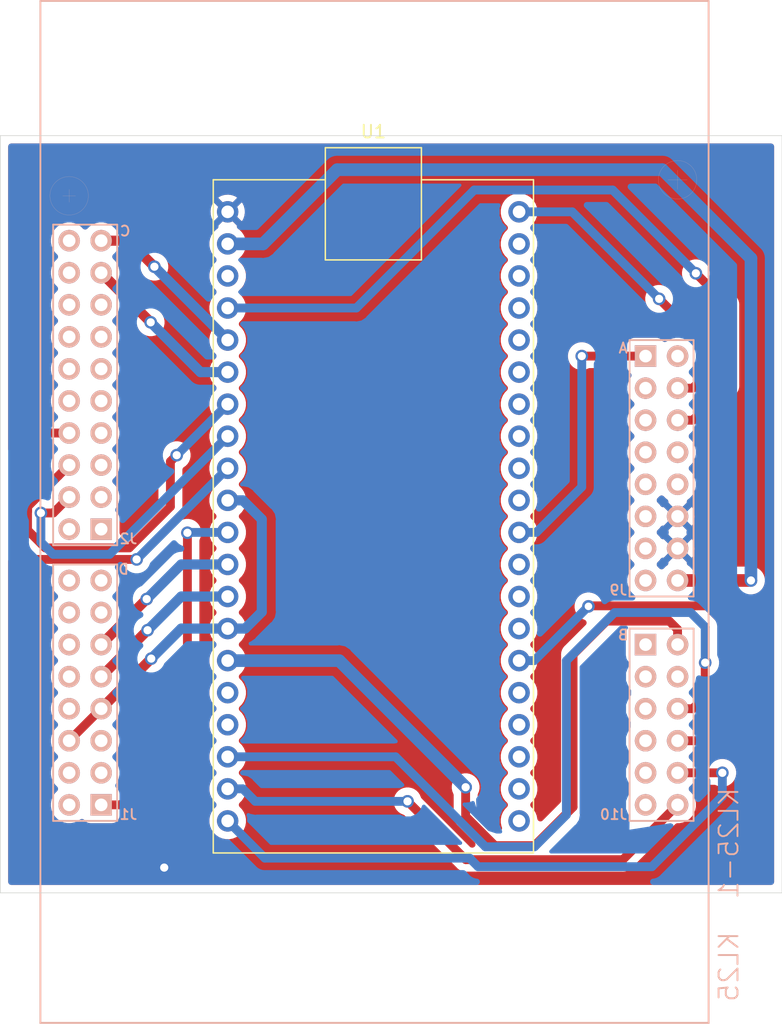
<source format=kicad_pcb>
(kicad_pcb (version 20171130) (host pcbnew 5.0.2-bee76a0~70~ubuntu18.04.1)

  (general
    (thickness 1.6)
    (drawings 4)
    (tracks 145)
    (zones 0)
    (modules 2)
    (nets 83)
  )

  (page A4)
  (layers
    (0 F.Cu signal)
    (31 B.Cu signal)
    (32 B.Adhes user)
    (33 F.Adhes user)
    (34 B.Paste user)
    (35 F.Paste user)
    (36 B.SilkS user)
    (37 F.SilkS user)
    (38 B.Mask user)
    (39 F.Mask user)
    (40 Dwgs.User user)
    (41 Cmts.User user)
    (42 Eco1.User user)
    (43 Eco2.User user)
    (44 Edge.Cuts user)
    (45 Margin user)
    (46 B.CrtYd user)
    (47 F.CrtYd user)
    (48 B.Fab user)
    (49 F.Fab user)
  )

  (setup
    (last_trace_width 0.25)
    (user_trace_width 0.5)
    (user_trace_width 0.6)
    (user_trace_width 0.7)
    (user_trace_width 0.8)
    (user_trace_width 0.9)
    (user_trace_width 1)
    (trace_clearance 0.2)
    (zone_clearance 0.6)
    (zone_45_only no)
    (trace_min 0.2)
    (segment_width 0.2)
    (edge_width 0.2)
    (via_size 0.8)
    (via_drill 0.4)
    (via_min_size 0.4)
    (via_min_drill 0.3)
    (user_via 1 0.65)
    (uvia_size 0.3)
    (uvia_drill 0.1)
    (uvias_allowed no)
    (uvia_min_size 0.2)
    (uvia_min_drill 0.1)
    (pcb_text_width 0.3)
    (pcb_text_size 1.5 1.5)
    (mod_edge_width 0.12)
    (mod_text_size 1 1)
    (mod_text_width 0.15)
    (pad_size 1.524 1.524)
    (pad_drill 0.762)
    (pad_to_mask_clearance 0.051)
    (solder_mask_min_width 0.25)
    (aux_axis_origin 0 0)
    (visible_elements FFFFFF7F)
    (pcbplotparams
      (layerselection 0x01000_ffffffff)
      (usegerberextensions false)
      (usegerberattributes false)
      (usegerberadvancedattributes false)
      (creategerberjobfile false)
      (excludeedgelayer true)
      (linewidth 0.100000)
      (plotframeref false)
      (viasonmask false)
      (mode 1)
      (useauxorigin false)
      (hpglpennumber 1)
      (hpglpenspeed 20)
      (hpglpendiameter 15.000000)
      (psnegative false)
      (psa4output false)
      (plotreference true)
      (plotvalue true)
      (plotinvisibletext false)
      (padsonsilk false)
      (subtractmaskfromsilk false)
      (outputformat 1)
      (mirror false)
      (drillshape 0)
      (scaleselection 1)
      (outputdirectory "../../../../LPKF/KLtoLPC/"))
  )

  (net 0 "")
  (net 1 /PortaFrente)
  (net 2 "Net-(KL25-1-PadC20)")
  (net 3 "Net-(KL25-1-PadC18)")
  (net 4 +5V)
  (net 5 Earth)
  (net 6 "Net-(KL25-1-PadC10)")
  (net 7 /RESET)
  (net 8 +3V3)
  (net 9 "Net-(KL25-1-PadC2)")
  (net 10 "Net-(KL25-1-PadD16)")
  (net 11 "Net-(KL25-1-PadD14)")
  (net 12 /CorrenteAnalog)
  (net 13 /TensaoRede)
  (net 14 /DHT)
  (net 15 /GeneralAnalog)
  (net 16 "Net-(KL25-1-PadD4)")
  (net 17 /TempLM35)
  (net 18 /CS)
  (net 19 "Net-(KL25-1-PadB4)")
  (net 20 "Net-(KL25-1-PadA10)")
  (net 21 /GPIO)
  (net 22 /PortaTrás)
  (net 23 "Net-(KL25-1-PadA2)")
  (net 24 "Net-(KL25-1-PadC15)")
  (net 25 "Net-(KL25-1-PadC13)")
  (net 26 "Net-(KL25-1-PadC11)")
  (net 27 "Net-(KL25-1-PadC9)")
  (net 28 "Net-(KL25-1-PadC7)")
  (net 29 "Net-(KL25-1-PadC5)")
  (net 30 "Net-(KL25-1-PadC3)")
  (net 31 /RCONTROL)
  (net 32 "Net-(KL25-1-PadD15)")
  (net 33 "Net-(KL25-1-PadD13)")
  (net 34 "Net-(KL25-1-PadD5)")
  (net 35 "Net-(KL25-1-PadD3)")
  (net 36 "Net-(KL25-1-PadA3)")
  (net 37 "Net-(KL25-1-PadA5)")
  (net 38 "Net-(KL25-1-PadA7)")
  (net 39 "Net-(KL25-1-PadA9)")
  (net 40 "Net-(KL25-1-PadA11)")
  (net 41 "Net-(KL25-1-PadA13)")
  (net 42 "Net-(KL25-1-PadA15)")
  (net 43 /MOSI)
  (net 44 "Net-(KL25-1-PadB3)")
  (net 45 "Net-(KL25-1-PadB5)")
  (net 46 /CLK)
  (net 47 /MISO)
  (net 48 "Net-(U1-Pad27)")
  (net 49 "Net-(U1-Pad34)")
  (net 50 "Net-(U1-Pad24)")
  (net 51 "Net-(U1-Pad36)")
  (net 52 "Net-(U1-Pad21)")
  (net 53 "Net-(U1-Pad37)")
  (net 54 "Net-(U1-Pad22)")
  (net 55 "Net-(U1-Pad29)")
  (net 56 "Net-(U1-Pad38)")
  (net 57 "Net-(U1-Pad28)")
  (net 58 "Net-(U1-Pad25)")
  (net 59 "Net-(U1-Pad33)")
  (net 60 "Net-(U1-Pad32)")
  (net 61 "Net-(U1-Pad39)")
  (net 62 "Net-(U1-Pad23)")
  (net 63 "Net-(U1-Pad35)")
  (net 64 "Net-(U1-Pad17)")
  (net 65 "Net-(U1-Pad16)")
  (net 66 /MaxCorrente)
  (net 67 /MinCorrente)
  (net 68 "Net-(U1-Pad3)")
  (net 69 "Net-(U1-Pad31)")
  (net 70 "Net-(KL25-1-PadC16)")
  (net 71 "Net-(KL25-1-PadC14)")
  (net 72 "Net-(KL25-1-PadC12)")
  (net 73 "Net-(KL25-1-PadD12)")
  (net 74 "Net-(KL25-1-PadD10)")
  (net 75 "Net-(KL25-1-PadD8)")
  (net 76 "Net-(KL25-1-PadD2)")
  (net 77 "Net-(KL25-1-PadA8)")
  (net 78 "Net-(KL25-1-PadC1)")
  (net 79 "Net-(KL25-1-PadB1)")
  (net 80 "Net-(KL25-1-PadB7)")
  (net 81 "Net-(KL25-1-PadB9)")
  (net 82 "Net-(KL25-1-PadB11)")

  (net_class Default "This is the default net class."
    (clearance 0.2)
    (trace_width 0.25)
    (via_dia 0.8)
    (via_drill 0.4)
    (uvia_dia 0.3)
    (uvia_drill 0.1)
    (add_net +3V3)
    (add_net +5V)
    (add_net /CLK)
    (add_net /CS)
    (add_net /CorrenteAnalog)
    (add_net /DHT)
    (add_net /GPIO)
    (add_net /GeneralAnalog)
    (add_net /MISO)
    (add_net /MOSI)
    (add_net /MaxCorrente)
    (add_net /MinCorrente)
    (add_net /PortaFrente)
    (add_net /PortaTrás)
    (add_net /RCONTROL)
    (add_net /RESET)
    (add_net /TempLM35)
    (add_net /TensaoRede)
    (add_net Earth)
    (add_net "Net-(KL25-1-PadA10)")
    (add_net "Net-(KL25-1-PadA11)")
    (add_net "Net-(KL25-1-PadA13)")
    (add_net "Net-(KL25-1-PadA15)")
    (add_net "Net-(KL25-1-PadA2)")
    (add_net "Net-(KL25-1-PadA3)")
    (add_net "Net-(KL25-1-PadA5)")
    (add_net "Net-(KL25-1-PadA7)")
    (add_net "Net-(KL25-1-PadA8)")
    (add_net "Net-(KL25-1-PadA9)")
    (add_net "Net-(KL25-1-PadB1)")
    (add_net "Net-(KL25-1-PadB11)")
    (add_net "Net-(KL25-1-PadB3)")
    (add_net "Net-(KL25-1-PadB4)")
    (add_net "Net-(KL25-1-PadB5)")
    (add_net "Net-(KL25-1-PadB7)")
    (add_net "Net-(KL25-1-PadB9)")
    (add_net "Net-(KL25-1-PadC1)")
    (add_net "Net-(KL25-1-PadC10)")
    (add_net "Net-(KL25-1-PadC11)")
    (add_net "Net-(KL25-1-PadC12)")
    (add_net "Net-(KL25-1-PadC13)")
    (add_net "Net-(KL25-1-PadC14)")
    (add_net "Net-(KL25-1-PadC15)")
    (add_net "Net-(KL25-1-PadC16)")
    (add_net "Net-(KL25-1-PadC18)")
    (add_net "Net-(KL25-1-PadC2)")
    (add_net "Net-(KL25-1-PadC20)")
    (add_net "Net-(KL25-1-PadC3)")
    (add_net "Net-(KL25-1-PadC5)")
    (add_net "Net-(KL25-1-PadC7)")
    (add_net "Net-(KL25-1-PadC9)")
    (add_net "Net-(KL25-1-PadD10)")
    (add_net "Net-(KL25-1-PadD12)")
    (add_net "Net-(KL25-1-PadD13)")
    (add_net "Net-(KL25-1-PadD14)")
    (add_net "Net-(KL25-1-PadD15)")
    (add_net "Net-(KL25-1-PadD16)")
    (add_net "Net-(KL25-1-PadD2)")
    (add_net "Net-(KL25-1-PadD3)")
    (add_net "Net-(KL25-1-PadD4)")
    (add_net "Net-(KL25-1-PadD5)")
    (add_net "Net-(KL25-1-PadD8)")
    (add_net "Net-(U1-Pad16)")
    (add_net "Net-(U1-Pad17)")
    (add_net "Net-(U1-Pad21)")
    (add_net "Net-(U1-Pad22)")
    (add_net "Net-(U1-Pad23)")
    (add_net "Net-(U1-Pad24)")
    (add_net "Net-(U1-Pad25)")
    (add_net "Net-(U1-Pad27)")
    (add_net "Net-(U1-Pad28)")
    (add_net "Net-(U1-Pad29)")
    (add_net "Net-(U1-Pad3)")
    (add_net "Net-(U1-Pad31)")
    (add_net "Net-(U1-Pad32)")
    (add_net "Net-(U1-Pad33)")
    (add_net "Net-(U1-Pad34)")
    (add_net "Net-(U1-Pad35)")
    (add_net "Net-(U1-Pad36)")
    (add_net "Net-(U1-Pad37)")
    (add_net "Net-(U1-Pad38)")
    (add_net "Net-(U1-Pad39)")
  )

  (module Controle:mbed_NXP_LPC1768 (layer F.Cu) (tedit 5E948332) (tstamp 5E94E230)
    (at 148.59 90.17)
    (path /5EA9B939)
    (fp_text reference U1 (at 0 -30.48) (layer F.SilkS)
      (effects (font (size 1 1) (thickness 0.15)))
    )
    (fp_text value mbed_NXP_LPC1768 (at 0 -33.02) (layer F.Fab)
      (effects (font (size 1 1) (thickness 0.15)))
    )
    (fp_line (start 3.81 -20.32) (end 3.81 -22.86) (layer F.SilkS) (width 0.12))
    (fp_line (start -3.81 -20.32) (end 3.81 -20.32) (layer F.SilkS) (width 0.12))
    (fp_line (start -3.81 -21.59) (end -3.81 -20.32) (layer F.SilkS) (width 0.12))
    (fp_line (start -3.81 -22.86) (end -3.81 -21.59) (layer F.SilkS) (width 0.12))
    (fp_line (start 3.81 -26.67) (end 12.7 -26.67) (layer F.SilkS) (width 0.12))
    (fp_line (start -3.81 -26.67) (end -12.7 -26.67) (layer F.SilkS) (width 0.12))
    (fp_line (start 3.81 -22.86) (end 3.81 -26.67) (layer F.SilkS) (width 0.12))
    (fp_line (start -3.81 -26.67) (end -3.81 -22.86) (layer F.SilkS) (width 0.12))
    (fp_line (start 3.81 -29.21) (end 3.81 -26.67) (layer F.SilkS) (width 0.12))
    (fp_line (start -3.81 -29.21) (end 3.81 -29.21) (layer F.SilkS) (width 0.12))
    (fp_line (start -3.81 -26.67) (end -3.81 -29.21) (layer F.SilkS) (width 0.12))
    (fp_line (start -12.7 26.67) (end -12.7 -26.67) (layer F.SilkS) (width 0.12))
    (fp_line (start 12.7 26.67) (end -12.7 26.67) (layer F.SilkS) (width 0.12))
    (fp_line (start 12.7 -26.67) (end 12.7 26.67) (layer F.SilkS) (width 0.12))
    (pad 27 thru_hole circle (at 11.557 8.89) (size 1.7 1.7) (drill 1) (layers *.Cu *.Mask)
      (net 48 "Net-(U1-Pad27)"))
    (pad 34 thru_hole circle (at 11.557 -8.89) (size 1.7 1.7) (drill 1) (layers *.Cu *.Mask)
      (net 49 "Net-(U1-Pad34)"))
    (pad 30 thru_hole circle (at 11.557 1.27) (size 1.7 1.7) (drill 1) (layers *.Cu *.Mask)
      (net 31 /RCONTROL))
    (pad 31 thru_hole circle (at 11.557 -1.27) (size 1.7 1.7) (drill 1) (layers *.Cu *.Mask)
      (net 69 "Net-(U1-Pad31)"))
    (pad 24 thru_hole circle (at 11.557 16.51) (size 1.7 1.7) (drill 1) (layers *.Cu *.Mask)
      (net 50 "Net-(U1-Pad24)"))
    (pad 36 thru_hole circle (at 11.557 -13.97) (size 1.7 1.7) (drill 1) (layers *.Cu *.Mask)
      (net 51 "Net-(U1-Pad36)"))
    (pad 21 thru_hole circle (at 11.557 24.13) (size 1.7 1.7) (drill 1) (layers *.Cu *.Mask)
      (net 52 "Net-(U1-Pad21)"))
    (pad 37 thru_hole circle (at 11.557 -16.51) (size 1.7 1.7) (drill 1) (layers *.Cu *.Mask)
      (net 53 "Net-(U1-Pad37)"))
    (pad 22 thru_hole circle (at 11.557 21.59) (size 1.7 1.7) (drill 1) (layers *.Cu *.Mask)
      (net 54 "Net-(U1-Pad22)"))
    (pad 29 thru_hole circle (at 11.557 3.81) (size 1.7 1.7) (drill 1) (layers *.Cu *.Mask)
      (net 55 "Net-(U1-Pad29)"))
    (pad 38 thru_hole circle (at 11.557 -19.05) (size 1.7 1.7) (drill 1) (layers *.Cu *.Mask)
      (net 56 "Net-(U1-Pad38)"))
    (pad 28 thru_hole circle (at 11.557 6.35) (size 1.7 1.7) (drill 1) (layers *.Cu *.Mask)
      (net 57 "Net-(U1-Pad28)"))
    (pad 25 thru_hole circle (at 11.557 13.97) (size 1.7 1.7) (drill 1) (layers *.Cu *.Mask)
      (net 58 "Net-(U1-Pad25)"))
    (pad 33 thru_hole circle (at 11.557 -6.35) (size 1.7 1.7) (drill 1) (layers *.Cu *.Mask)
      (net 59 "Net-(U1-Pad33)"))
    (pad 32 thru_hole circle (at 11.557 -3.81) (size 1.7 1.7) (drill 1) (layers *.Cu *.Mask)
      (net 60 "Net-(U1-Pad32)"))
    (pad 40 thru_hole circle (at 11.557 -24.13) (size 1.7 1.7) (drill 1) (layers *.Cu *.Mask)
      (net 8 +3V3))
    (pad 39 thru_hole circle (at 11.557 -21.59) (size 1.7 1.7) (drill 1) (layers *.Cu *.Mask)
      (net 61 "Net-(U1-Pad39)"))
    (pad 26 thru_hole circle (at 11.557 11.43) (size 1.7 1.7) (drill 1) (layers *.Cu *.Mask)
      (net 14 /DHT))
    (pad 23 thru_hole circle (at 11.557 19.05) (size 1.7 1.7) (drill 1) (layers *.Cu *.Mask)
      (net 62 "Net-(U1-Pad23)"))
    (pad 35 thru_hole circle (at 11.557 -11.43) (size 1.7 1.7) (drill 1) (layers *.Cu *.Mask)
      (net 63 "Net-(U1-Pad35)"))
    (pad 20 thru_hole circle (at -11.557 24.13) (size 1.7 1.7) (drill 1) (layers *.Cu *.Mask)
      (net 13 /TensaoRede))
    (pad 19 thru_hole circle (at -11.557 21.59) (size 1.7 1.7) (drill 1) (layers *.Cu *.Mask)
      (net 12 /CorrenteAnalog))
    (pad 18 thru_hole circle (at -11.557 19.05) (size 1.7 1.7) (drill 1) (layers *.Cu *.Mask)
      (net 15 /GeneralAnalog))
    (pad 17 thru_hole circle (at -11.557 16.51) (size 1.7 1.7) (drill 1) (layers *.Cu *.Mask)
      (net 64 "Net-(U1-Pad17)"))
    (pad 16 thru_hole circle (at -11.557 13.97) (size 1.7 1.7) (drill 1) (layers *.Cu *.Mask)
      (net 65 "Net-(U1-Pad16)"))
    (pad 15 thru_hole circle (at -11.557 11.43) (size 1.7 1.7) (drill 1) (layers *.Cu *.Mask)
      (net 17 /TempLM35))
    (pad 14 thru_hole circle (at -11.557 8.89) (size 1.7 1.7) (drill 1) (layers *.Cu *.Mask)
      (net 18 /CS))
    (pad 13 thru_hole circle (at -11.557 6.35) (size 1.7 1.7) (drill 1) (layers *.Cu *.Mask)
      (net 46 /CLK))
    (pad 12 thru_hole circle (at -11.557 3.81) (size 1.7 1.7) (drill 1) (layers *.Cu *.Mask)
      (net 47 /MISO))
    (pad 11 thru_hole circle (at -11.557 1.27) (size 1.7 1.7) (drill 1) (layers *.Cu *.Mask)
      (net 43 /MOSI))
    (pad 10 thru_hole circle (at -11.557 -1.27) (size 1.7 1.7) (drill 1) (layers *.Cu *.Mask)
      (net 18 /CS))
    (pad 9 thru_hole circle (at -11.557 -3.81) (size 1.7 1.7) (drill 1) (layers *.Cu *.Mask)
      (net 21 /GPIO))
    (pad 8 thru_hole circle (at -11.557 -6.35) (size 1.7 1.7) (drill 1) (layers *.Cu *.Mask)
      (net 1 /PortaFrente))
    (pad 7 thru_hole circle (at -11.557 -8.89) (size 1.7 1.7) (drill 1) (layers *.Cu *.Mask)
      (net 22 /PortaTrás))
    (pad 6 thru_hole circle (at -11.557 -11.43) (size 1.7 1.7) (drill 1) (layers *.Cu *.Mask)
      (net 66 /MaxCorrente))
    (pad 5 thru_hole circle (at -11.557 -13.97) (size 1.7 1.7) (drill 1) (layers *.Cu *.Mask)
      (net 67 /MinCorrente))
    (pad 4 thru_hole circle (at -11.557 -16.51) (size 1.7 1.7) (drill 1) (layers *.Cu *.Mask)
      (net 7 /RESET))
    (pad 3 thru_hole circle (at -11.557 -19.05) (size 1.7 1.7) (drill 1) (layers *.Cu *.Mask)
      (net 68 "Net-(U1-Pad3)"))
    (pad 2 thru_hole circle (at -11.557 -21.59) (size 1.7 1.7) (drill 1) (layers *.Cu *.Mask)
      (net 4 +5V))
    (pad 1 thru_hole circle (at -11.557 -24.13) (size 1.7 1.7) (drill 1) (layers *.Cu *.Mask)
      (net 5 Earth))
  )

  (module Controle:KL25Z (layer B.Cu) (tedit 5D4D6EB8) (tstamp 5E94DC7F)
    (at 148.59 83.82 270)
    (path /5E9C52DD)
    (fp_text reference KL25-1 (at 32.258 -28.194 270) (layer B.SilkS)
      (effects (font (size 1.5 1.5) (thickness 0.15)) (justify mirror))
    )
    (fp_text value KL25 (at 42.037 -28.194 270) (layer B.SilkS)
      (effects (font (size 1.5 1.5) (thickness 0.15)) (justify mirror))
    )
    (fp_line (start -20.32 -23.368) (end -20.32 -24.892) (layer B.SilkS) (width 0.01))
    (fp_line (start -21.082 -24.13) (end -19.558 -24.13) (layer B.SilkS) (width 0.01))
    (fp_line (start 12.7 -25.4) (end -7.62 -25.4) (layer B.SilkS) (width 0.15))
    (fp_line (start -7.62 -20.32) (end 12.7 -20.32) (layer B.SilkS) (width 0.15))
    (fp_line (start 30.48 -25.4) (end 15.24 -25.4) (layer B.SilkS) (width 0.15))
    (fp_line (start 15.24 -20.32) (end 30.48 -20.32) (layer B.SilkS) (width 0.15))
    (fp_line (start 30.48 20.32) (end 10.16 20.32) (layer B.SilkS) (width 0.15))
    (fp_line (start 10.16 25.4) (end 30.48 25.4) (layer B.SilkS) (width 0.15))
    (fp_line (start -19.05 24.638) (end -19.05 23.622) (layer B.SilkS) (width 0.01))
    (fp_line (start -19.558 24.13) (end -18.542 24.13) (layer B.SilkS) (width 0.01))
    (fp_circle (center -19.05 24.13) (end -17.526 24.13) (layer B.SilkS) (width 0.01))
    (fp_line (start -16.764 25.4) (end 8.636 25.4) (layer B.SilkS) (width 0.15))
    (fp_line (start -16.764 20.32) (end -16.764 25.4) (layer B.SilkS) (width 0.15))
    (fp_line (start 8.636 20.32) (end -16.764 20.32) (layer B.SilkS) (width 0.15))
    (fp_line (start 8.636 25.4) (end 8.636 20.32) (layer B.SilkS) (width 0.15))
    (fp_circle (center -20.32 -24.13) (end -18.796 -24.13) (layer B.SilkS) (width 0.01))
    (fp_line (start 30.48 -25.4) (end 30.48 -20.32) (layer B.SilkS) (width 0.15))
    (fp_line (start 15.24 -20.32) (end 15.24 -25.4) (layer B.SilkS) (width 0.15))
    (fp_line (start 12.7 -25.4) (end 12.7 -20.32) (layer B.SilkS) (width 0.15))
    (fp_line (start -7.62 -25.4) (end -7.62 -20.32) (layer B.SilkS) (width 0.15))
    (fp_line (start 10.16 25.4) (end 10.16 20.32) (layer B.SilkS) (width 0.15))
    (fp_line (start 30.48 25.4) (end 30.48 20.32) (layer B.SilkS) (width 0.15))
    (fp_text user A (at -6.985 -19.812) (layer B.SilkS)
      (effects (font (size 0.8 0.8) (thickness 0.15)) (justify mirror))
    )
    (fp_text user B (at 15.748 -19.812) (layer B.SilkS)
      (effects (font (size 0.8 0.8) (thickness 0.15)) (justify mirror))
    )
    (fp_text user C (at -16.256 19.685) (layer B.SilkS)
      (effects (font (size 0.8 0.8) (thickness 0.15)) (justify mirror))
    )
    (fp_text user D (at 10.541 19.812) (layer B.SilkS)
      (effects (font (size 0.8 0.8) (thickness 0.15)) (justify mirror))
    )
    (fp_text user J9 (at 12.192 -19.431) (layer B.SilkS)
      (effects (font (size 0.8 0.8) (thickness 0.15)) (justify mirror))
    )
    (fp_text user J10 (at 29.972 -19.05) (layer B.SilkS)
      (effects (font (size 0.8 0.8) (thickness 0.15)) (justify mirror))
    )
    (fp_text user J2 (at 8.128 19.431) (layer B.SilkS)
      (effects (font (size 0.8 0.8) (thickness 0.15)) (justify mirror))
    )
    (fp_text user J1 (at 29.972 19.431) (layer B.SilkS)
      (effects (font (size 0.8 0.8) (thickness 0.15)) (justify mirror))
    )
    (fp_line (start -34.49 -26.59) (end 46.51 -26.59) (layer B.SilkS) (width 0.15))
    (fp_line (start 46.482 26.41) (end 46.482 -26.59) (layer B.SilkS) (width 0.15))
    (fp_line (start -34.49 26.41) (end 46.51 26.41) (layer B.SilkS) (width 0.15))
    (fp_line (start -34.49 26.41) (end -34.49 -26.59) (layer B.SilkS) (width 0.15))
    (pad A4 thru_hole circle (at -3.81 -24.13 270) (size 1.7 1.7) (drill 1) (layers *.Cu *.Mask B.SilkS)
      (net 8 +3V3))
    (pad C20 thru_hole circle (at -15.494 24.13 270) (size 1.7 1.7) (drill 1) (layers *.Cu *.Mask B.SilkS)
      (net 2 "Net-(KL25-1-PadC20)"))
    (pad C18 thru_hole circle (at -12.954 24.13 270) (size 1.7 1.7) (drill 1) (layers *.Cu *.Mask B.SilkS)
      (net 3 "Net-(KL25-1-PadC18)"))
    (pad C16 thru_hole circle (at -10.414 24.13 270) (size 1.7 1.7) (drill 1) (layers *.Cu *.Mask B.SilkS)
      (net 70 "Net-(KL25-1-PadC16)"))
    (pad C14 thru_hole circle (at -7.874 24.13 270) (size 1.7 1.7) (drill 1) (layers *.Cu *.Mask B.SilkS)
      (net 71 "Net-(KL25-1-PadC14)"))
    (pad C12 thru_hole circle (at -5.334 24.13 270) (size 1.7 1.7) (drill 1) (layers *.Cu *.Mask B.SilkS)
      (net 72 "Net-(KL25-1-PadC12)"))
    (pad C10 thru_hole circle (at -2.794 24.13 270) (size 1.7 1.7) (drill 1) (layers *.Cu *.Mask B.SilkS)
      (net 6 "Net-(KL25-1-PadC10)"))
    (pad C8 thru_hole circle (at -0.254 24.13 270) (size 1.7 1.7) (drill 1) (layers *.Cu *.Mask B.SilkS)
      (net 21 /GPIO))
    (pad C6 thru_hole circle (at 2.286 24.13 270) (size 1.7 1.7) (drill 1) (layers *.Cu *.Mask B.SilkS)
      (net 22 /PortaTrás))
    (pad C4 thru_hole circle (at 4.826 24.13 270) (size 1.7 1.7) (drill 1) (layers *.Cu *.Mask B.SilkS)
      (net 1 /PortaFrente))
    (pad C2 thru_hole circle (at 7.366 24.13 270) (size 1.7 1.7) (drill 1) (layers *.Cu *.Mask B.SilkS)
      (net 9 "Net-(KL25-1-PadC2)"))
    (pad D16 thru_hole circle (at 11.43 24.13 270) (size 1.7 1.7) (drill 1) (layers *.Cu *.Mask B.SilkS)
      (net 10 "Net-(KL25-1-PadD16)"))
    (pad D14 thru_hole circle (at 13.97 24.13 270) (size 1.7 1.7) (drill 1) (layers *.Cu *.Mask B.SilkS)
      (net 11 "Net-(KL25-1-PadD14)"))
    (pad D12 thru_hole circle (at 16.51 24.13 270) (size 1.7 1.7) (drill 1) (layers *.Cu *.Mask B.SilkS)
      (net 73 "Net-(KL25-1-PadD12)"))
    (pad D10 thru_hole circle (at 19.05 24.13 270) (size 1.7 1.7) (drill 1) (layers *.Cu *.Mask B.SilkS)
      (net 74 "Net-(KL25-1-PadD10)"))
    (pad D8 thru_hole circle (at 21.59 24.13 270) (size 1.7 1.7) (drill 1) (layers *.Cu *.Mask B.SilkS)
      (net 75 "Net-(KL25-1-PadD8)"))
    (pad D6 thru_hole circle (at 24.13 24.13 270) (size 1.7 1.7) (drill 1) (layers *.Cu *.Mask B.SilkS)
      (net 18 /CS))
    (pad D4 thru_hole circle (at 26.67 24.13 270) (size 1.7 1.7) (drill 1) (layers *.Cu *.Mask B.SilkS)
      (net 16 "Net-(KL25-1-PadD4)"))
    (pad D2 thru_hole circle (at 29.21 24.13 270) (size 1.7 1.7) (drill 1) (layers *.Cu *.Mask B.SilkS)
      (net 76 "Net-(KL25-1-PadD2)"))
    (pad B12 thru_hole circle (at 29.21 -24.13 270) (size 1.7 1.7) (drill 1) (layers *.Cu *.Mask B.SilkS)
      (net 12 /CorrenteAnalog))
    (pad B10 thru_hole circle (at 26.67 -24.13 270) (size 1.7 1.7) (drill 1) (layers *.Cu *.Mask B.SilkS)
      (net 13 /TensaoRede))
    (pad B8 thru_hole circle (at 24.13 -24.13 270) (size 1.7 1.7) (drill 1) (layers *.Cu *.Mask B.SilkS)
      (net 14 /DHT))
    (pad B6 thru_hole circle (at 21.59 -24.13 270) (size 1.7 1.7) (drill 1) (layers *.Cu *.Mask B.SilkS)
      (net 15 /GeneralAnalog))
    (pad B4 thru_hole circle (at 19.05 -24.13 270) (size 1.7 1.7) (drill 1) (layers *.Cu *.Mask B.SilkS)
      (net 19 "Net-(KL25-1-PadB4)"))
    (pad B2 thru_hole circle (at 16.51 -24.13 270) (size 1.7 1.7) (drill 1) (layers *.Cu *.Mask B.SilkS)
      (net 17 /TempLM35))
    (pad A16 thru_hole circle (at 11.43 -24.13 270) (size 1.7 1.7) (drill 1) (layers *.Cu *.Mask B.SilkS)
      (net 4 +5V))
    (pad A14 thru_hole circle (at 8.89 -24.13 270) (size 1.7 1.7) (drill 1) (layers *.Cu *.Mask B.SilkS)
      (net 5 Earth))
    (pad A12 thru_hole circle (at 6.35 -24.13 270) (size 1.7 1.7) (drill 1) (layers *.Cu *.Mask B.SilkS)
      (net 5 Earth))
    (pad A10 thru_hole circle (at 3.81 -24.13 270) (size 1.7 1.7) (drill 1) (layers *.Cu *.Mask B.SilkS)
      (net 20 "Net-(KL25-1-PadA10)"))
    (pad A8 thru_hole circle (at 1.27 -24.13 270) (size 1.7 1.7) (drill 1) (layers *.Cu *.Mask B.SilkS)
      (net 77 "Net-(KL25-1-PadA8)"))
    (pad A6 thru_hole circle (at -1.27 -24.13 270) (size 1.7 1.7) (drill 1) (layers *.Cu *.Mask B.SilkS)
      (net 7 /RESET))
    (pad A2 thru_hole circle (at -6.35 -24.13 270) (size 1.7 1.7) (drill 1) (layers *.Cu *.Mask B.SilkS)
      (net 23 "Net-(KL25-1-PadA2)"))
    (pad C19 thru_hole circle (at -15.494 21.59 270) (size 1.7 1.7) (drill 1) (layers *.Cu *.Mask B.SilkS)
      (net 67 /MinCorrente))
    (pad C17 thru_hole circle (at -12.954 21.59 270) (size 1.7 1.7) (drill 1) (layers *.Cu *.Mask B.SilkS)
      (net 66 /MaxCorrente))
    (pad C15 thru_hole circle (at -10.414 21.59 270) (size 1.7 1.7) (drill 1) (layers *.Cu *.Mask B.SilkS)
      (net 24 "Net-(KL25-1-PadC15)"))
    (pad C13 thru_hole circle (at -7.874 21.59 270) (size 1.7 1.7) (drill 1) (layers *.Cu *.Mask B.SilkS)
      (net 25 "Net-(KL25-1-PadC13)"))
    (pad C11 thru_hole circle (at -5.334 21.59 270) (size 1.7 1.7) (drill 1) (layers *.Cu *.Mask B.SilkS)
      (net 26 "Net-(KL25-1-PadC11)"))
    (pad C9 thru_hole circle (at -2.794 21.59 270) (size 1.7 1.7) (drill 1) (layers *.Cu *.Mask B.SilkS)
      (net 27 "Net-(KL25-1-PadC9)"))
    (pad C7 thru_hole circle (at -0.254 21.59 270) (size 1.7 1.7) (drill 1) (layers *.Cu *.Mask B.SilkS)
      (net 28 "Net-(KL25-1-PadC7)"))
    (pad C5 thru_hole circle (at 2.286 21.59 270) (size 1.7 1.7) (drill 1) (layers *.Cu *.Mask B.SilkS)
      (net 29 "Net-(KL25-1-PadC5)"))
    (pad C3 thru_hole circle (at 4.826 21.59 270) (size 1.7 1.7) (drill 1) (layers *.Cu *.Mask B.SilkS)
      (net 30 "Net-(KL25-1-PadC3)"))
    (pad C1 thru_hole rect (at 7.366 21.59 270) (size 1.7 1.7) (drill 1) (layers *.Cu *.Mask B.SilkS)
      (net 78 "Net-(KL25-1-PadC1)"))
    (pad D15 thru_hole circle (at 11.43 21.59 270) (size 1.7 1.7) (drill 1) (layers *.Cu *.Mask B.SilkS)
      (net 32 "Net-(KL25-1-PadD15)"))
    (pad D13 thru_hole circle (at 13.97 21.59 270) (size 1.7 1.7) (drill 1) (layers *.Cu *.Mask B.SilkS)
      (net 33 "Net-(KL25-1-PadD13)"))
    (pad D11 thru_hole circle (at 16.51 21.59 270) (size 1.7 1.7) (drill 1) (layers *.Cu *.Mask B.SilkS)
      (net 47 /MISO))
    (pad D9 thru_hole circle (at 19.05 21.59 270) (size 1.7 1.7) (drill 1) (layers *.Cu *.Mask B.SilkS)
      (net 46 /CLK))
    (pad D7 thru_hole circle (at 21.59 21.59 270) (size 1.7 1.7) (drill 1) (layers *.Cu *.Mask B.SilkS)
      (net 18 /CS))
    (pad D5 thru_hole circle (at 24.13 21.59 270) (size 1.7 1.7) (drill 1) (layers *.Cu *.Mask B.SilkS)
      (net 34 "Net-(KL25-1-PadD5)"))
    (pad D3 thru_hole circle (at 26.67 21.59 270) (size 1.7 1.7) (drill 1) (layers *.Cu *.Mask B.SilkS)
      (net 35 "Net-(KL25-1-PadD3)"))
    (pad D1 thru_hole rect (at 29.21 21.59 270) (size 1.7 1.7) (drill 1) (layers *.Cu *.Mask B.SilkS)
      (net 43 /MOSI))
    (pad A1 thru_hole rect (at -6.35 -21.59 270) (size 1.7 1.7) (drill 1) (layers *.Cu *.Mask B.SilkS)
      (net 31 /RCONTROL))
    (pad A3 thru_hole circle (at -3.81 -21.59 270) (size 1.7 1.7) (drill 1) (layers *.Cu *.Mask B.SilkS)
      (net 36 "Net-(KL25-1-PadA3)"))
    (pad A5 thru_hole circle (at -1.27 -21.59 270) (size 1.7 1.7) (drill 1) (layers *.Cu *.Mask B.SilkS)
      (net 37 "Net-(KL25-1-PadA5)"))
    (pad A7 thru_hole circle (at 1.27 -21.59 270) (size 1.7 1.7) (drill 1) (layers *.Cu *.Mask B.SilkS)
      (net 38 "Net-(KL25-1-PadA7)"))
    (pad A9 thru_hole circle (at 3.81 -21.59 270) (size 1.7 1.7) (drill 1) (layers *.Cu *.Mask B.SilkS)
      (net 39 "Net-(KL25-1-PadA9)"))
    (pad A11 thru_hole circle (at 6.35 -21.59 270) (size 1.7 1.7) (drill 1) (layers *.Cu *.Mask B.SilkS)
      (net 40 "Net-(KL25-1-PadA11)"))
    (pad A13 thru_hole circle (at 8.89 -21.59 270) (size 1.7 1.7) (drill 1) (layers *.Cu *.Mask B.SilkS)
      (net 41 "Net-(KL25-1-PadA13)"))
    (pad A15 thru_hole circle (at 11.43 -21.59 270) (size 1.7 1.7) (drill 1) (layers *.Cu *.Mask B.SilkS)
      (net 42 "Net-(KL25-1-PadA15)"))
    (pad B1 thru_hole rect (at 16.51 -21.59 270) (size 1.7 1.7) (drill 1) (layers *.Cu *.Mask B.SilkS)
      (net 79 "Net-(KL25-1-PadB1)"))
    (pad B3 thru_hole circle (at 19.05 -21.59 270) (size 1.7 1.7) (drill 1) (layers *.Cu *.Mask B.SilkS)
      (net 44 "Net-(KL25-1-PadB3)"))
    (pad B5 thru_hole circle (at 21.59 -21.59 270) (size 1.7 1.7) (drill 1) (layers *.Cu *.Mask B.SilkS)
      (net 45 "Net-(KL25-1-PadB5)"))
    (pad B7 thru_hole circle (at 24.13 -21.59 270) (size 1.7 1.7) (drill 1) (layers *.Cu *.Mask B.SilkS)
      (net 80 "Net-(KL25-1-PadB7)"))
    (pad B9 thru_hole circle (at 26.67 -21.59 270) (size 1.7 1.7) (drill 1) (layers *.Cu *.Mask B.SilkS)
      (net 81 "Net-(KL25-1-PadB9)"))
    (pad B11 thru_hole circle (at 29.21 -21.59 270) (size 1.7 1.7) (drill 1) (layers *.Cu *.Mask B.SilkS)
      (net 82 "Net-(KL25-1-PadB11)"))
    (model "../../../../../home/jo/Documents/hobbies/kicad/librairies/vue 3D/connecteurs/arduino JO/Library_3D_Shield_arduino/Arduino_Uno/arduino_UNO_header.wrl"
      (at (xyz 0 0 0))
      (scale (xyz 1 1 1))
      (rotate (xyz 0 0 0))
    )
  )

  (gr_line (start 181 120) (end 181 60) (layer Edge.Cuts) (width 0.05))
  (gr_line (start 119 60) (end 119 120) (layer Edge.Cuts) (width 0.05))
  (gr_line (start 119 60) (end 181 60) (layer Edge.Cuts) (width 0.05))
  (gr_line (start 181 120) (end 119 120) (layer Edge.Cuts) (width 0.05))

  (segment (start 122.22 89.9) (end 122.22 89.9) (width 0.7) (layer B.Cu) (net 1) (tstamp 5E95106E))
  (via (at 122.22 89.9) (size 1) (drill 0.65) (layers F.Cu B.Cu) (net 1))
  (segment (start 123.206 89.9) (end 124.46 88.646) (width 0.7) (layer F.Cu) (net 1))
  (segment (start 122.22 89.9) (end 123.206 89.9) (width 0.7) (layer F.Cu) (net 1))
  (segment (start 137.033 83.82) (end 127.673 93.18) (width 0.7) (layer B.Cu) (net 1))
  (segment (start 127.673 93.18) (end 123.19 93.18) (width 0.7) (layer B.Cu) (net 1))
  (segment (start 122.22 92.21) (end 122.22 89.9) (width 0.7) (layer B.Cu) (net 1))
  (segment (start 123.19 93.18) (end 122.22 92.21) (width 0.7) (layer B.Cu) (net 1))
  (segment (start 137.033 68.58) (end 139.84 68.58) (width 1) (layer B.Cu) (net 4))
  (segment (start 139.84 68.58) (end 145.72 62.7) (width 1) (layer B.Cu) (net 4))
  (segment (start 145.72 62.7) (end 171.51 62.7) (width 1) (layer B.Cu) (net 4))
  (segment (start 171.51 62.7) (end 178.54 69.73) (width 1) (layer B.Cu) (net 4))
  (segment (start 178.54 69.73) (end 178.54 94.31) (width 1) (layer B.Cu) (net 4))
  (segment (start 178.54 69.73) (end 178.54 69.73) (width 1) (layer B.Cu) (net 4) (tstamp 5E951C96))
  (segment (start 178.54 94.31) (end 178.54 95.25) (width 1) (layer B.Cu) (net 4))
  (via (at 178.54 95.25) (size 1) (drill 0.65) (layers F.Cu B.Cu) (net 4))
  (segment (start 172.72 95.25) (end 178.54 95.25) (width 1) (layer F.Cu) (net 4))
  (via (at 132 118) (size 1) (drill 0.65) (layers F.Cu B.Cu) (net 5))
  (segment (start 173.922081 82.55) (end 176.66 79.812081) (width 0.7) (layer F.Cu) (net 7))
  (segment (start 172.72 82.55) (end 173.922081 82.55) (width 0.7) (layer F.Cu) (net 7))
  (segment (start 176.66 79.812081) (end 176.66 73.4) (width 0.7) (layer F.Cu) (net 7))
  (segment (start 176.66 73.4) (end 174.17 70.91) (width 0.7) (layer F.Cu) (net 7))
  (segment (start 137.033 73.66) (end 147.24 73.66) (width 0.7) (layer B.Cu) (net 7))
  (segment (start 147.24 73.66) (end 156.59 64.31) (width 0.7) (layer B.Cu) (net 7))
  (segment (start 174.17 70.91) (end 174.17 70.91) (width 0.7) (layer F.Cu) (net 7) (tstamp 5E951E3C))
  (via (at 174.17 70.91) (size 1) (drill 0.65) (layers F.Cu B.Cu) (net 7))
  (segment (start 167.57 64.31) (end 174.17 70.91) (width 0.7) (layer B.Cu) (net 7))
  (segment (start 156.59 64.31) (end 167.57 64.31) (width 0.7) (layer B.Cu) (net 7))
  (segment (start 173.922081 80.01) (end 174.81 79.122081) (width 0.7) (layer F.Cu) (net 8))
  (segment (start 172.72 80.01) (end 173.922081 80.01) (width 0.7) (layer F.Cu) (net 8))
  (segment (start 174.81 79.122081) (end 174.81 76.49) (width 0.7) (layer F.Cu) (net 8))
  (segment (start 164.36 66.04) (end 160.147 66.04) (width 0.7) (layer B.Cu) (net 8))
  (segment (start 174.81 76.49) (end 171.255 72.935) (width 0.7) (layer F.Cu) (net 8))
  (segment (start 171.255 72.935) (end 164.36 66.04) (width 0.7) (layer B.Cu) (net 8) (tstamp 5E951C9E))
  (via (at 171.255 72.935) (size 1) (drill 0.65) (layers F.Cu B.Cu) (net 8))
  (segment (start 138.235081 111.76) (end 139.225081 112.75) (width 0.7) (layer B.Cu) (net 12))
  (segment (start 137.033 111.76) (end 138.235081 111.76) (width 0.7) (layer B.Cu) (net 12))
  (segment (start 139.225081 112.75) (end 151.3 112.75) (width 0.7) (layer B.Cu) (net 12))
  (segment (start 151.3 112.75) (end 155.92 117.37) (width 0.7) (layer F.Cu) (net 12))
  (segment (start 155.92 117.37) (end 168.38 117.37) (width 0.7) (layer F.Cu) (net 12))
  (segment (start 168.38 117.37) (end 172.72 113.03) (width 0.7) (layer F.Cu) (net 12) (tstamp 5E95210E))
  (segment (start 151.3 112.75) (end 151.3 112.75) (width 0.7) (layer B.Cu) (net 12) (tstamp 5E952311))
  (via (at 151.3 112.75) (size 1) (drill 0.65) (layers F.Cu B.Cu) (net 12))
  (segment (start 139.98301 117.25001) (end 156.22001 117.25001) (width 0.7) (layer B.Cu) (net 13))
  (segment (start 137.033 114.3) (end 139.98301 117.25001) (width 0.7) (layer B.Cu) (net 13))
  (segment (start 156.22001 117.25001) (end 156.9 117.93) (width 0.7) (layer B.Cu) (net 13))
  (segment (start 156.9 117.93) (end 170.68 117.93) (width 0.7) (layer B.Cu) (net 13))
  (segment (start 170.68 117.93) (end 176.27 112.34) (width 0.7) (layer B.Cu) (net 13))
  (segment (start 176.27 112.34) (end 176.27 110.49) (width 0.7) (layer B.Cu) (net 13))
  (via (at 176.27 110.49) (size 1) (drill 0.65) (layers F.Cu B.Cu) (net 13))
  (segment (start 172.72 110.49) (end 176.27 110.49) (width 0.7) (layer F.Cu) (net 13))
  (segment (start 161.349081 101.6) (end 165.649081 97.3) (width 0.7) (layer B.Cu) (net 14))
  (segment (start 160.147 101.6) (end 161.349081 101.6) (width 0.7) (layer B.Cu) (net 14))
  (segment (start 165.689081 97.26) (end 175.05 97.26) (width 0.7) (layer F.Cu) (net 14))
  (segment (start 175.05 97.26) (end 176.4 98.61) (width 0.7) (layer F.Cu) (net 14))
  (segment (start 176.4 98.61) (end 176.4 107.17) (width 0.7) (layer F.Cu) (net 14))
  (segment (start 175.62 107.95) (end 172.72 107.95) (width 0.7) (layer F.Cu) (net 14))
  (segment (start 176.4 107.17) (end 175.62 107.95) (width 0.7) (layer F.Cu) (net 14))
  (segment (start 165.649081 97.3) (end 165.689081 97.26) (width 0.7) (layer F.Cu) (net 14) (tstamp 5FB2BFDF))
  (via (at 165.649081 97.3) (size 1) (drill 0.6) (layers F.Cu B.Cu) (net 14))
  (segment (start 137.033 109.22) (end 150.35 109.22) (width 0.7) (layer B.Cu) (net 15))
  (segment (start 150.35 109.22) (end 157.48 116.35) (width 0.7) (layer B.Cu) (net 15))
  (segment (start 173.922081 105.41) (end 174.91 104.422081) (width 0.7) (layer F.Cu) (net 15))
  (segment (start 172.72 105.41) (end 173.922081 105.41) (width 0.7) (layer F.Cu) (net 15))
  (segment (start 174.91 104.422081) (end 174.91 101.76) (width 0.7) (layer F.Cu) (net 15))
  (segment (start 174.91 101.76) (end 174.91 101.76) (width 0.7) (layer F.Cu) (net 15) (tstamp 5E951FD8))
  (via (at 174.91 101.76) (size 1) (drill 0.65) (layers F.Cu B.Cu) (net 15))
  (segment (start 174.91 101.76) (end 174.91 98.94) (width 0.7) (layer B.Cu) (net 15))
  (segment (start 174.91 98.94) (end 173.76 97.79) (width 0.7) (layer B.Cu) (net 15))
  (segment (start 173.76 97.79) (end 167.72 97.79) (width 0.7) (layer B.Cu) (net 15))
  (segment (start 167.72 97.79) (end 163.9 101.61) (width 0.7) (layer B.Cu) (net 15))
  (segment (start 157.48 116.35) (end 161.37 116.35) (width 0.7) (layer B.Cu) (net 15))
  (segment (start 163.9 113.82) (end 163.9 101.61) (width 0.7) (layer B.Cu) (net 15))
  (segment (start 161.37 116.35) (end 163.9 113.82) (width 0.7) (layer B.Cu) (net 15))
  (segment (start 137.033 101.6) (end 145.88 101.6) (width 1) (layer B.Cu) (net 17))
  (segment (start 145.88 101.6) (end 155.91 111.63) (width 1) (layer B.Cu) (net 17))
  (segment (start 155.91 111.63) (end 155.91 111.63) (width 1) (layer B.Cu) (net 17) (tstamp 5E951F18))
  (via (at 155.91 111.63) (size 1) (drill 0.65) (layers F.Cu B.Cu) (net 17))
  (segment (start 155.91 111.63) (end 155.91 113.94) (width 0.7) (layer F.Cu) (net 17))
  (segment (start 155.91 113.94) (end 158.23 116.26) (width 0.7) (layer F.Cu) (net 17))
  (segment (start 158.23 116.26) (end 161.37 116.26) (width 0.7) (layer F.Cu) (net 17))
  (segment (start 161.37 116.26) (end 164.43 113.2) (width 0.7) (layer F.Cu) (net 17))
  (segment (start 164.43 113.2) (end 164.43 101.12) (width 0.7) (layer F.Cu) (net 17))
  (segment (start 164.43 101.12) (end 167.08 98.47) (width 0.7) (layer F.Cu) (net 17))
  (segment (start 172.72 99.127919) (end 172.72 100.33) (width 0.7) (layer F.Cu) (net 17))
  (segment (start 172.062081 98.47) (end 172.72 99.127919) (width 0.7) (layer F.Cu) (net 17))
  (segment (start 167.08 98.47) (end 172.062081 98.47) (width 0.7) (layer F.Cu) (net 17))
  (segment (start 137.033 99.06) (end 133.35 99.06) (width 0.8) (layer B.Cu) (net 18))
  (segment (start 133.35 99.06) (end 130.97 101.44) (width 0.8) (layer B.Cu) (net 18) (tstamp 5E951083))
  (segment (start 137.033 99.06) (end 138.42 99.06) (width 0.8) (layer B.Cu) (net 18))
  (segment (start 138.42 99.06) (end 139.74 97.74) (width 0.8) (layer B.Cu) (net 18))
  (segment (start 139.74 97.74) (end 139.74 90.4) (width 0.8) (layer B.Cu) (net 18))
  (segment (start 138.24 88.9) (end 137.033 88.9) (width 0.8) (layer B.Cu) (net 18))
  (segment (start 139.74 90.4) (end 138.24 88.9) (width 0.8) (layer B.Cu) (net 18))
  (segment (start 130.97 101.44) (end 127 105.41) (width 0.8) (layer F.Cu) (net 18) (tstamp 5E951892))
  (via (at 130.97 101.44) (size 1) (drill 0.65) (layers F.Cu B.Cu) (net 18))
  (segment (start 124.46 107.95) (end 127 105.41) (width 0.7) (layer F.Cu) (net 18))
  (segment (start 137.033 86.36) (end 129.813 93.58) (width 0.7) (layer B.Cu) (net 21))
  (segment (start 129.813 93.58) (end 129.813 93.58) (width 0.7) (layer B.Cu) (net 21) (tstamp 5E951077))
  (via (at 129.813 93.58) (size 1) (drill 0.65) (layers F.Cu B.Cu) (net 21))
  (segment (start 120.25999 92.38999) (end 121.45 93.58) (width 0.7) (layer F.Cu) (net 21))
  (segment (start 122.78 93.58) (end 129.813 93.58) (width 0.7) (layer F.Cu) (net 21))
  (segment (start 121.45 93.58) (end 122.78 93.58) (width 0.7) (layer F.Cu) (net 21))
  (segment (start 120.25999 86.17001) (end 120.25999 92.38999) (width 0.7) (layer F.Cu) (net 21))
  (segment (start 124.46 83.566) (end 122.864 83.566) (width 0.7) (layer F.Cu) (net 21))
  (segment (start 122.864 83.566) (end 120.25999 86.17001) (width 0.7) (layer F.Cu) (net 21))
  (segment (start 137.033 81.28) (end 132.9915 85.3215) (width 0.7) (layer B.Cu) (net 22))
  (segment (start 132.9915 85.3215) (end 132.883 85.43) (width 0.7) (layer B.Cu) (net 22) (tstamp 5E951068))
  (via (at 132.9915 85.3215) (size 1) (drill 0.65) (layers F.Cu B.Cu) (net 22))
  (segment (start 132.9915 85.3215) (end 132.491501 85.821499) (width 0.7) (layer F.Cu) (net 22))
  (segment (start 132.491501 85.821499) (end 132.491501 89.398499) (width 0.7) (layer F.Cu) (net 22))
  (segment (start 132.491501 89.398499) (end 129.22 92.67) (width 0.7) (layer F.Cu) (net 22))
  (segment (start 129.22 92.67) (end 122.57 92.67) (width 0.7) (layer F.Cu) (net 22))
  (segment (start 122.57 92.67) (end 121.16 91.26) (width 0.7) (layer F.Cu) (net 22))
  (segment (start 123.610001 86.955999) (end 124.46 86.106) (width 0.7) (layer F.Cu) (net 22))
  (segment (start 121.169999 89.396001) (end 123.610001 86.955999) (width 0.7) (layer F.Cu) (net 22))
  (segment (start 121.169999 89.760001) (end 121.169999 89.396001) (width 0.7) (layer F.Cu) (net 22))
  (segment (start 121.16 89.77) (end 121.169999 89.760001) (width 0.7) (layer F.Cu) (net 22))
  (segment (start 121.16 91.26) (end 121.16 89.77) (width 0.7) (layer F.Cu) (net 22))
  (segment (start 160.147 91.44) (end 161.52 91.44) (width 0.7) (layer B.Cu) (net 31))
  (segment (start 161.52 91.44) (end 165.12 87.84) (width 0.7) (layer B.Cu) (net 31))
  (segment (start 170.18 77.47) (end 165.12 77.47) (width 0.7) (layer F.Cu) (net 31))
  (via (at 165.12 77.47) (size 1) (drill 0.65) (layers F.Cu B.Cu) (net 31))
  (segment (start 165.12 87.84) (end 165.12 77.47) (width 0.7) (layer B.Cu) (net 31))
  (segment (start 128.55 113.03) (end 133.84 107.74) (width 0.7) (layer F.Cu) (net 43))
  (segment (start 127 113.03) (end 128.55 113.03) (width 0.7) (layer F.Cu) (net 43))
  (segment (start 133.84 107.74) (end 133.84 91.47) (width 0.7) (layer F.Cu) (net 43))
  (segment (start 137.033 91.44) (end 133.84 91.44) (width 0.7) (layer B.Cu) (net 43))
  (via (at 133.84 91.47) (size 1) (drill 0.65) (layers F.Cu B.Cu) (net 43))
  (segment (start 137.033 96.52) (end 133.35 96.52) (width 0.8) (layer B.Cu) (net 46))
  (segment (start 133.35 96.52) (end 130.68 99.19) (width 0.8) (layer B.Cu) (net 46) (tstamp 5E95107F))
  (segment (start 130.68 99.19) (end 127 102.87) (width 0.8) (layer F.Cu) (net 46) (tstamp 5E951890))
  (via (at 130.68 99.19) (size 1) (drill 0.65) (layers F.Cu B.Cu) (net 46))
  (segment (start 137.033 93.98) (end 133.35 93.98) (width 0.8) (layer B.Cu) (net 47))
  (segment (start 133.35 93.98) (end 130.61 96.72) (width 0.8) (layer B.Cu) (net 47) (tstamp 5E95107B))
  (segment (start 130.61 96.72) (end 127 100.33) (width 0.8) (layer F.Cu) (net 47) (tstamp 5E95188E))
  (via (at 130.61 96.72) (size 1) (drill 0.65) (layers F.Cu B.Cu) (net 47))
  (segment (start 134.874 78.74) (end 137.033 78.74) (width 0.8) (layer B.Cu) (net 66))
  (segment (start 127 70.866) (end 130.927 74.793) (width 0.8) (layer F.Cu) (net 66))
  (segment (start 130.927 74.793) (end 134.874 78.74) (width 0.8) (layer B.Cu) (net 66) (tstamp 5E950FFB))
  (via (at 130.927 74.793) (size 1) (drill 0.65) (layers F.Cu B.Cu) (net 66))
  (segment (start 129.159 68.326) (end 127 68.326) (width 0.8) (layer F.Cu) (net 67))
  (segment (start 137.033 76.2) (end 131.2215 70.3885) (width 0.8) (layer B.Cu) (net 67))
  (segment (start 131.2215 70.3885) (end 129.159 68.326) (width 0.8) (layer F.Cu) (net 67) (tstamp 5E950EC5))
  (via (at 131.2215 70.3885) (size 1) (drill 0.65) (layers F.Cu B.Cu) (net 67))

  (zone (net 5) (net_name Earth) (layer F.Cu) (tstamp 5FA5518C) (hatch edge 0.508)
    (connect_pads (clearance 0.6))
    (min_thickness 0.5)
    (fill yes (arc_segments 32) (thermal_gap 0.508) (thermal_bridge_width 0.508))
    (polygon
      (pts
        (xy 181 120) (xy 119 120) (xy 119 60) (xy 181 60)
      )
    )
    (filled_polygon
      (pts
        (xy 180.125 119.125) (xy 119.875 119.125) (xy 119.875 93.702056) (xy 120.559784 94.38684) (xy 120.597366 94.432634)
        (xy 120.78009 94.582591) (xy 120.988558 94.694019) (xy 121.214759 94.762637) (xy 121.39105 94.78) (xy 121.391052 94.78)
        (xy 121.449999 94.785806) (xy 121.508946 94.78) (xy 122.820184 94.78) (xy 122.76 95.082565) (xy 122.76 95.417435)
        (xy 122.82533 95.745872) (xy 122.953479 96.055252) (xy 123.139523 96.333687) (xy 123.325836 96.52) (xy 123.139523 96.706313)
        (xy 122.953479 96.984748) (xy 122.82533 97.294128) (xy 122.76 97.622565) (xy 122.76 97.957435) (xy 122.82533 98.285872)
        (xy 122.953479 98.595252) (xy 123.139523 98.873687) (xy 123.325836 99.06) (xy 123.139523 99.246313) (xy 122.953479 99.524748)
        (xy 122.82533 99.834128) (xy 122.76 100.162565) (xy 122.76 100.497435) (xy 122.82533 100.825872) (xy 122.953479 101.135252)
        (xy 123.139523 101.413687) (xy 123.325836 101.6) (xy 123.139523 101.786313) (xy 122.953479 102.064748) (xy 122.82533 102.374128)
        (xy 122.76 102.702565) (xy 122.76 103.037435) (xy 122.82533 103.365872) (xy 122.953479 103.675252) (xy 123.139523 103.953687)
        (xy 123.325836 104.14) (xy 123.139523 104.326313) (xy 122.953479 104.604748) (xy 122.82533 104.914128) (xy 122.76 105.242565)
        (xy 122.76 105.577435) (xy 122.82533 105.905872) (xy 122.953479 106.215252) (xy 123.139523 106.493687) (xy 123.325836 106.68)
        (xy 123.139523 106.866313) (xy 122.953479 107.144748) (xy 122.82533 107.454128) (xy 122.76 107.782565) (xy 122.76 108.117435)
        (xy 122.82533 108.445872) (xy 122.953479 108.755252) (xy 123.139523 109.033687) (xy 123.325836 109.22) (xy 123.139523 109.406313)
        (xy 122.953479 109.684748) (xy 122.82533 109.994128) (xy 122.76 110.322565) (xy 122.76 110.657435) (xy 122.82533 110.985872)
        (xy 122.953479 111.295252) (xy 123.139523 111.573687) (xy 123.325836 111.76) (xy 123.139523 111.946313) (xy 122.953479 112.224748)
        (xy 122.82533 112.534128) (xy 122.76 112.862565) (xy 122.76 113.197435) (xy 122.82533 113.525872) (xy 122.953479 113.835252)
        (xy 123.139523 114.113687) (xy 123.376313 114.350477) (xy 123.654748 114.536521) (xy 123.964128 114.66467) (xy 124.292565 114.73)
        (xy 124.627435 114.73) (xy 124.955872 114.66467) (xy 125.265252 114.536521) (xy 125.47447 114.396726) (xy 125.546052 114.483948)
        (xy 125.675481 114.590168) (xy 125.823145 114.669097) (xy 125.983371 114.7177) (xy 126.15 114.734112) (xy 127.85 114.734112)
        (xy 128.016629 114.7177) (xy 128.176855 114.669097) (xy 128.324519 114.590168) (xy 128.453948 114.483948) (xy 128.560168 114.354519)
        (xy 128.627713 114.228152) (xy 128.785241 114.212637) (xy 129.011442 114.144019) (xy 129.21991 114.032591) (xy 129.402634 113.882634)
        (xy 129.440216 113.83684) (xy 134.646847 108.63021) (xy 134.692634 108.592634) (xy 134.842591 108.40991) (xy 134.954019 108.201442)
        (xy 135.022637 107.975241) (xy 135.04 107.79895) (xy 135.04 107.798947) (xy 135.045806 107.74) (xy 135.04 107.681053)
        (xy 135.04 92.100663) (xy 135.13812 91.86378) (xy 135.19 91.602963) (xy 135.19 91.337037) (xy 135.13812 91.07622)
        (xy 135.036354 90.830535) (xy 134.888613 90.609425) (xy 134.700575 90.421387) (xy 134.479465 90.273646) (xy 134.23378 90.17188)
        (xy 133.972963 90.12) (xy 133.707037 90.12) (xy 133.44622 90.17188) (xy 133.390098 90.195126) (xy 133.494092 90.06841)
        (xy 133.60552 89.859941) (xy 133.617954 89.818951) (xy 133.674138 89.63374) (xy 133.691501 89.457449) (xy 133.691501 89.457447)
        (xy 133.697307 89.3985) (xy 133.691501 89.339553) (xy 133.691501 86.477405) (xy 133.852075 86.370113) (xy 134.040113 86.182075)
        (xy 134.187854 85.960965) (xy 134.28962 85.71528) (xy 134.3415 85.454463) (xy 134.3415 85.188537) (xy 134.28962 84.92772)
        (xy 134.187854 84.682035) (xy 134.040113 84.460925) (xy 133.852075 84.272887) (xy 133.630965 84.125146) (xy 133.38528 84.02338)
        (xy 133.124463 83.9715) (xy 132.858537 83.9715) (xy 132.59772 84.02338) (xy 132.352035 84.125146) (xy 132.130925 84.272887)
        (xy 131.942887 84.460925) (xy 131.795146 84.682035) (xy 131.697026 84.918918) (xy 131.684662 84.931282) (xy 131.638867 84.968865)
        (xy 131.601289 85.014655) (xy 131.48891 85.151589) (xy 131.434509 85.253367) (xy 131.377482 85.360058) (xy 131.308864 85.586259)
        (xy 131.296818 85.708568) (xy 131.285695 85.821499) (xy 131.291501 85.880446) (xy 131.291502 88.901441) (xy 128.722944 91.47)
        (xy 128.704112 91.47) (xy 128.704112 90.336) (xy 128.6877 90.169371) (xy 128.639097 90.009145) (xy 128.560168 89.861481)
        (xy 128.453948 89.732052) (xy 128.366726 89.66047) (xy 128.506521 89.451252) (xy 128.63467 89.141872) (xy 128.7 88.813435)
        (xy 128.7 88.478565) (xy 128.63467 88.150128) (xy 128.506521 87.840748) (xy 128.320477 87.562313) (xy 128.134164 87.376)
        (xy 128.320477 87.189687) (xy 128.506521 86.911252) (xy 128.63467 86.601872) (xy 128.7 86.273435) (xy 128.7 85.938565)
        (xy 128.63467 85.610128) (xy 128.506521 85.300748) (xy 128.320477 85.022313) (xy 128.134164 84.836) (xy 128.320477 84.649687)
        (xy 128.506521 84.371252) (xy 128.63467 84.061872) (xy 128.7 83.733435) (xy 128.7 83.398565) (xy 128.63467 83.070128)
        (xy 128.506521 82.760748) (xy 128.320477 82.482313) (xy 128.134164 82.296) (xy 128.320477 82.109687) (xy 128.506521 81.831252)
        (xy 128.63467 81.521872) (xy 128.7 81.193435) (xy 128.7 80.858565) (xy 128.63467 80.530128) (xy 128.506521 80.220748)
        (xy 128.320477 79.942313) (xy 128.134164 79.756) (xy 128.320477 79.569687) (xy 128.506521 79.291252) (xy 128.63467 78.981872)
        (xy 128.7 78.653435) (xy 128.7 78.318565) (xy 128.63467 77.990128) (xy 128.506521 77.680748) (xy 128.320477 77.402313)
        (xy 128.134164 77.216) (xy 128.320477 77.029687) (xy 128.506521 76.751252) (xy 128.63467 76.441872) (xy 128.7 76.113435)
        (xy 128.7 75.778565) (xy 128.63467 75.450128) (xy 128.506521 75.140748) (xy 128.320477 74.862313) (xy 128.134164 74.676)
        (xy 128.320477 74.489687) (xy 128.506521 74.211252) (xy 128.527306 74.161073) (xy 129.682526 75.316293) (xy 129.730646 75.432465)
        (xy 129.878387 75.653575) (xy 130.066425 75.841613) (xy 130.287535 75.989354) (xy 130.53322 76.09112) (xy 130.794037 76.143)
        (xy 131.059963 76.143) (xy 131.32078 76.09112) (xy 131.566465 75.989354) (xy 131.787575 75.841613) (xy 131.975613 75.653575)
        (xy 132.123354 75.432465) (xy 132.22512 75.18678) (xy 132.277 74.925963) (xy 132.277 74.660037) (xy 132.22512 74.39922)
        (xy 132.123354 74.153535) (xy 131.975613 73.932425) (xy 131.787575 73.744387) (xy 131.566465 73.596646) (xy 131.450293 73.548526)
        (xy 128.7 70.798234) (xy 128.7 70.698565) (xy 128.63467 70.370128) (xy 128.506521 70.060748) (xy 128.320477 69.782313)
        (xy 128.134164 69.596) (xy 128.154164 69.576) (xy 128.641234 69.576) (xy 129.977026 70.911793) (xy 130.025146 71.027965)
        (xy 130.172887 71.249075) (xy 130.360925 71.437113) (xy 130.582035 71.584854) (xy 130.82772 71.68662) (xy 131.088537 71.7385)
        (xy 131.354463 71.7385) (xy 131.61528 71.68662) (xy 131.860965 71.584854) (xy 132.082075 71.437113) (xy 132.270113 71.249075)
        (xy 132.417854 71.027965) (xy 132.51962 70.78228) (xy 132.5715 70.521463) (xy 132.5715 70.255537) (xy 132.51962 69.99472)
        (xy 132.417854 69.749035) (xy 132.270113 69.527925) (xy 132.082075 69.339887) (xy 131.860965 69.192146) (xy 131.744793 69.144026)
        (xy 131.013332 68.412565) (xy 135.333 68.412565) (xy 135.333 68.747435) (xy 135.39833 69.075872) (xy 135.526479 69.385252)
        (xy 135.712523 69.663687) (xy 135.898836 69.85) (xy 135.712523 70.036313) (xy 135.526479 70.314748) (xy 135.39833 70.624128)
        (xy 135.333 70.952565) (xy 135.333 71.287435) (xy 135.39833 71.615872) (xy 135.526479 71.925252) (xy 135.712523 72.203687)
        (xy 135.898836 72.39) (xy 135.712523 72.576313) (xy 135.526479 72.854748) (xy 135.39833 73.164128) (xy 135.333 73.492565)
        (xy 135.333 73.827435) (xy 135.39833 74.155872) (xy 135.526479 74.465252) (xy 135.712523 74.743687) (xy 135.898836 74.93)
        (xy 135.712523 75.116313) (xy 135.526479 75.394748) (xy 135.39833 75.704128) (xy 135.333 76.032565) (xy 135.333 76.367435)
        (xy 135.39833 76.695872) (xy 135.526479 77.005252) (xy 135.712523 77.283687) (xy 135.898836 77.47) (xy 135.712523 77.656313)
        (xy 135.526479 77.934748) (xy 135.39833 78.244128) (xy 135.333 78.572565) (xy 135.333 78.907435) (xy 135.39833 79.235872)
        (xy 135.526479 79.545252) (xy 135.712523 79.823687) (xy 135.898836 80.01) (xy 135.712523 80.196313) (xy 135.526479 80.474748)
        (xy 135.39833 80.784128) (xy 135.333 81.112565) (xy 135.333 81.447435) (xy 135.39833 81.775872) (xy 135.526479 82.085252)
        (xy 135.712523 82.363687) (xy 135.898836 82.55) (xy 135.712523 82.736313) (xy 135.526479 83.014748) (xy 135.39833 83.324128)
        (xy 135.333 83.652565) (xy 135.333 83.987435) (xy 135.39833 84.315872) (xy 135.526479 84.625252) (xy 135.712523 84.903687)
        (xy 135.898836 85.09) (xy 135.712523 85.276313) (xy 135.526479 85.554748) (xy 135.39833 85.864128) (xy 135.333 86.192565)
        (xy 135.333 86.527435) (xy 135.39833 86.855872) (xy 135.526479 87.165252) (xy 135.712523 87.443687) (xy 135.898836 87.63)
        (xy 135.712523 87.816313) (xy 135.526479 88.094748) (xy 135.39833 88.404128) (xy 135.333 88.732565) (xy 135.333 89.067435)
        (xy 135.39833 89.395872) (xy 135.526479 89.705252) (xy 135.712523 89.983687) (xy 135.898836 90.17) (xy 135.712523 90.356313)
        (xy 135.526479 90.634748) (xy 135.39833 90.944128) (xy 135.333 91.272565) (xy 135.333 91.607435) (xy 135.39833 91.935872)
        (xy 135.526479 92.245252) (xy 135.712523 92.523687) (xy 135.898836 92.71) (xy 135.712523 92.896313) (xy 135.526479 93.174748)
        (xy 135.39833 93.484128) (xy 135.333 93.812565) (xy 135.333 94.147435) (xy 135.39833 94.475872) (xy 135.526479 94.785252)
        (xy 135.712523 95.063687) (xy 135.898836 95.25) (xy 135.712523 95.436313) (xy 135.526479 95.714748) (xy 135.39833 96.024128)
        (xy 135.333 96.352565) (xy 135.333 96.687435) (xy 135.39833 97.015872) (xy 135.526479 97.325252) (xy 135.712523 97.603687)
        (xy 135.898836 97.79) (xy 135.712523 97.976313) (xy 135.526479 98.254748) (xy 135.39833 98.564128) (xy 135.333 98.892565)
        (xy 135.333 99.227435) (xy 135.39833 99.555872) (xy 135.526479 99.865252) (xy 135.712523 100.143687) (xy 135.898836 100.33)
        (xy 135.712523 100.516313) (xy 135.526479 100.794748) (xy 135.39833 101.104128) (xy 135.333 101.432565) (xy 135.333 101.767435)
        (xy 135.39833 102.095872) (xy 135.526479 102.405252) (xy 135.712523 102.683687) (xy 135.898836 102.87) (xy 135.712523 103.056313)
        (xy 135.526479 103.334748) (xy 135.39833 103.644128) (xy 135.333 103.972565) (xy 135.333 104.307435) (xy 135.39833 104.635872)
        (xy 135.526479 104.945252) (xy 135.712523 105.223687) (xy 135.898836 105.41) (xy 135.712523 105.596313) (xy 135.526479 105.874748)
        (xy 135.39833 106.184128) (xy 135.333 106.512565) (xy 135.333 106.847435) (xy 135.39833 107.175872) (xy 135.526479 107.485252)
        (xy 135.712523 107.763687) (xy 135.898836 107.95) (xy 135.712523 108.136313) (xy 135.526479 108.414748) (xy 135.39833 108.724128)
        (xy 135.333 109.052565) (xy 135.333 109.387435) (xy 135.39833 109.715872) (xy 135.526479 110.025252) (xy 135.712523 110.303687)
        (xy 135.898836 110.49) (xy 135.712523 110.676313) (xy 135.526479 110.954748) (xy 135.39833 111.264128) (xy 135.333 111.592565)
        (xy 135.333 111.927435) (xy 135.39833 112.255872) (xy 135.526479 112.565252) (xy 135.712523 112.843687) (xy 135.898836 113.03)
        (xy 135.712523 113.216313) (xy 135.526479 113.494748) (xy 135.39833 113.804128) (xy 135.333 114.132565) (xy 135.333 114.467435)
        (xy 135.39833 114.795872) (xy 135.526479 115.105252) (xy 135.712523 115.383687) (xy 135.949313 115.620477) (xy 136.227748 115.806521)
        (xy 136.537128 115.93467) (xy 136.865565 116) (xy 137.200435 116) (xy 137.528872 115.93467) (xy 137.838252 115.806521)
        (xy 138.116687 115.620477) (xy 138.353477 115.383687) (xy 138.539521 115.105252) (xy 138.66767 114.795872) (xy 138.733 114.467435)
        (xy 138.733 114.132565) (xy 138.66767 113.804128) (xy 138.539521 113.494748) (xy 138.353477 113.216313) (xy 138.167164 113.03)
        (xy 138.353477 112.843687) (xy 138.504919 112.617037) (xy 149.95 112.617037) (xy 149.95 112.882963) (xy 150.00188 113.14378)
        (xy 150.103646 113.389465) (xy 150.251387 113.610575) (xy 150.439425 113.798613) (xy 150.660535 113.946354) (xy 150.897418 114.044474)
        (xy 155.029784 118.17684) (xy 155.067366 118.222634) (xy 155.25009 118.372591) (xy 155.458558 118.484019) (xy 155.684759 118.552637)
        (xy 155.92 118.575806) (xy 155.97895 118.57) (xy 168.321053 118.57) (xy 168.38 118.575806) (xy 168.438947 118.57)
        (xy 168.43895 118.57) (xy 168.615241 118.552637) (xy 168.841442 118.484019) (xy 169.04991 118.372591) (xy 169.232634 118.222634)
        (xy 169.270216 118.17684) (xy 172.717057 114.73) (xy 172.887435 114.73) (xy 173.215872 114.66467) (xy 173.525252 114.536521)
        (xy 173.803687 114.350477) (xy 174.040477 114.113687) (xy 174.226521 113.835252) (xy 174.35467 113.525872) (xy 174.42 113.197435)
        (xy 174.42 112.862565) (xy 174.35467 112.534128) (xy 174.226521 112.224748) (xy 174.040477 111.946313) (xy 173.854164 111.76)
        (xy 173.924164 111.69) (xy 175.639337 111.69) (xy 175.87622 111.78812) (xy 176.137037 111.84) (xy 176.402963 111.84)
        (xy 176.66378 111.78812) (xy 176.909465 111.686354) (xy 177.130575 111.538613) (xy 177.318613 111.350575) (xy 177.466354 111.129465)
        (xy 177.56812 110.88378) (xy 177.62 110.622963) (xy 177.62 110.357037) (xy 177.56812 110.09622) (xy 177.466354 109.850535)
        (xy 177.318613 109.629425) (xy 177.130575 109.441387) (xy 176.909465 109.293646) (xy 176.66378 109.19188) (xy 176.402963 109.14)
        (xy 176.137037 109.14) (xy 175.87622 109.19188) (xy 175.639337 109.29) (xy 173.924164 109.29) (xy 173.854164 109.22)
        (xy 173.924164 109.15) (xy 175.561053 109.15) (xy 175.62 109.155806) (xy 175.678947 109.15) (xy 175.67895 109.15)
        (xy 175.855241 109.132637) (xy 176.081442 109.064019) (xy 176.28991 108.952591) (xy 176.472634 108.802634) (xy 176.510216 108.75684)
        (xy 177.206835 108.06022) (xy 177.252634 108.022634) (xy 177.402591 107.83991) (xy 177.514019 107.631442) (xy 177.582637 107.405241)
        (xy 177.6 107.22895) (xy 177.605806 107.17) (xy 177.6 107.11105) (xy 177.6 98.668946) (xy 177.605806 98.609999)
        (xy 177.594613 98.496354) (xy 177.582637 98.374759) (xy 177.514019 98.148558) (xy 177.402591 97.94009) (xy 177.252634 97.757366)
        (xy 177.206841 97.719785) (xy 176.087056 96.6) (xy 178.672963 96.6) (xy 178.738322 96.586999) (xy 178.804646 96.580467)
        (xy 178.868422 96.561121) (xy 178.93378 96.54812) (xy 178.995348 96.522618) (xy 179.059122 96.503272) (xy 179.117896 96.471857)
        (xy 179.179465 96.446354) (xy 179.234874 96.409331) (xy 179.293649 96.377915) (xy 179.345166 96.335636) (xy 179.400575 96.298613)
        (xy 179.447697 96.251491) (xy 179.499213 96.209213) (xy 179.541491 96.157697) (xy 179.588613 96.110575) (xy 179.625636 96.055166)
        (xy 179.667915 96.003649) (xy 179.699331 95.944874) (xy 179.736354 95.889465) (xy 179.761857 95.827896) (xy 179.793272 95.769122)
        (xy 179.812618 95.705348) (xy 179.83812 95.64378) (xy 179.851121 95.578422) (xy 179.870467 95.514646) (xy 179.876999 95.448322)
        (xy 179.89 95.382963) (xy 179.89 95.316321) (xy 179.896532 95.25) (xy 179.89 95.183679) (xy 179.89 95.117037)
        (xy 179.876999 95.051678) (xy 179.870467 94.985354) (xy 179.851121 94.921578) (xy 179.83812 94.85622) (xy 179.812618 94.794652)
        (xy 179.793272 94.730878) (xy 179.761857 94.672104) (xy 179.736354 94.610535) (xy 179.699331 94.555126) (xy 179.667915 94.496351)
        (xy 179.625636 94.444834) (xy 179.588613 94.389425) (xy 179.541491 94.342303) (xy 179.499213 94.290787) (xy 179.447697 94.248509)
        (xy 179.400575 94.201387) (xy 179.345166 94.164364) (xy 179.293649 94.122085) (xy 179.234874 94.090669) (xy 179.179465 94.053646)
        (xy 179.117896 94.028143) (xy 179.059122 93.996728) (xy 178.995348 93.977382) (xy 178.93378 93.95188) (xy 178.868422 93.938879)
        (xy 178.804646 93.919533) (xy 178.738322 93.913001) (xy 178.672963 93.9) (xy 173.759503 93.9) (xy 173.698343 93.859134)
        (xy 173.7257 93.721356) (xy 172.72 92.715657) (xy 171.7143 93.721356) (xy 171.741657 93.859134) (xy 171.636313 93.929523)
        (xy 171.45 94.115836) (xy 171.314164 93.98) (xy 171.500477 93.793687) (xy 171.570866 93.688343) (xy 171.708644 93.7157)
        (xy 172.714343 92.71) (xy 172.725657 92.71) (xy 173.731356 93.7157) (xy 174.029541 93.656492) (xy 174.189029 93.382827)
        (xy 174.292065 93.083305) (xy 174.334686 92.769437) (xy 174.315256 92.453286) (xy 174.234522 92.146999) (xy 174.095584 91.862349)
        (xy 174.029541 91.763508) (xy 173.731356 91.7043) (xy 172.725657 92.71) (xy 172.714343 92.71) (xy 171.708644 91.7043)
        (xy 171.570866 91.731657) (xy 171.500477 91.626313) (xy 171.314164 91.44) (xy 171.500477 91.253687) (xy 171.548807 91.181356)
        (xy 171.7143 91.181356) (xy 171.765657 91.44) (xy 171.7143 91.698644) (xy 172.72 92.704343) (xy 173.7257 91.698644)
        (xy 173.674343 91.44) (xy 173.7257 91.181356) (xy 172.72 90.175657) (xy 171.7143 91.181356) (xy 171.548807 91.181356)
        (xy 171.570866 91.148343) (xy 171.708644 91.1757) (xy 172.714343 90.17) (xy 172.725657 90.17) (xy 173.731356 91.1757)
        (xy 174.029541 91.116492) (xy 174.189029 90.842827) (xy 174.292065 90.543305) (xy 174.334686 90.229437) (xy 174.315256 89.913286)
        (xy 174.234522 89.606999) (xy 174.095584 89.322349) (xy 174.029541 89.223508) (xy 173.731356 89.1643) (xy 172.725657 90.17)
        (xy 172.714343 90.17) (xy 171.708644 89.1643) (xy 171.570866 89.191657) (xy 171.500477 89.086313) (xy 171.314164 88.9)
        (xy 171.45 88.764164) (xy 171.636313 88.950477) (xy 171.741657 89.020866) (xy 171.7143 89.158644) (xy 172.72 90.164343)
        (xy 173.7257 89.158644) (xy 173.698343 89.020866) (xy 173.803687 88.950477) (xy 174.040477 88.713687) (xy 174.226521 88.435252)
        (xy 174.35467 88.125872) (xy 174.42 87.797435) (xy 174.42 87.462565) (xy 174.35467 87.134128) (xy 174.226521 86.824748)
        (xy 174.040477 86.546313) (xy 173.854164 86.36) (xy 174.040477 86.173687) (xy 174.226521 85.895252) (xy 174.35467 85.585872)
        (xy 174.42 85.257435) (xy 174.42 84.922565) (xy 174.35467 84.594128) (xy 174.226521 84.284748) (xy 174.040477 84.006313)
        (xy 173.854164 83.82) (xy 173.918692 83.755472) (xy 173.922081 83.755806) (xy 173.981028 83.75) (xy 173.981031 83.75)
        (xy 174.157322 83.732637) (xy 174.383523 83.664019) (xy 174.591991 83.552591) (xy 174.774715 83.402634) (xy 174.812297 83.35684)
        (xy 177.466841 80.702296) (xy 177.512634 80.664715) (xy 177.623086 80.530128) (xy 177.662591 80.481992) (xy 177.774019 80.273523)
        (xy 177.790028 80.220748) (xy 177.842637 80.047322) (xy 177.86 79.871031) (xy 177.86 79.871029) (xy 177.865806 79.812082)
        (xy 177.86 79.753135) (xy 177.86 73.458947) (xy 177.865806 73.4) (xy 177.86 73.34105) (xy 177.842637 73.164759)
        (xy 177.774019 72.938558) (xy 177.662591 72.73009) (xy 177.512634 72.547366) (xy 177.466845 72.509789) (xy 175.464474 70.507418)
        (xy 175.366354 70.270535) (xy 175.218613 70.049425) (xy 175.030575 69.861387) (xy 174.809465 69.713646) (xy 174.56378 69.61188)
        (xy 174.302963 69.56) (xy 174.037037 69.56) (xy 173.77622 69.61188) (xy 173.530535 69.713646) (xy 173.309425 69.861387)
        (xy 173.121387 70.049425) (xy 172.973646 70.270535) (xy 172.87188 70.51622) (xy 172.82 70.777037) (xy 172.82 71.042963)
        (xy 172.87188 71.30378) (xy 172.973646 71.549465) (xy 173.121387 71.770575) (xy 173.309425 71.958613) (xy 173.530535 72.106354)
        (xy 173.767418 72.204474) (xy 175.460001 73.897058) (xy 175.460001 75.442945) (xy 172.549474 72.532418) (xy 172.451354 72.295535)
        (xy 172.303613 72.074425) (xy 172.115575 71.886387) (xy 171.894465 71.738646) (xy 171.64878 71.63688) (xy 171.387963 71.585)
        (xy 171.122037 71.585) (xy 170.86122 71.63688) (xy 170.615535 71.738646) (xy 170.394425 71.886387) (xy 170.206387 72.074425)
        (xy 170.058646 72.295535) (xy 169.95688 72.54122) (xy 169.905 72.802037) (xy 169.905 73.067963) (xy 169.95688 73.32878)
        (xy 170.058646 73.574465) (xy 170.206387 73.795575) (xy 170.394425 73.983613) (xy 170.615535 74.131354) (xy 170.852418 74.229474)
        (xy 172.419427 75.796483) (xy 172.224128 75.83533) (xy 171.914748 75.963479) (xy 171.70553 76.103274) (xy 171.633948 76.016052)
        (xy 171.504519 75.909832) (xy 171.356855 75.830903) (xy 171.196629 75.7823) (xy 171.03 75.765888) (xy 169.33 75.765888)
        (xy 169.163371 75.7823) (xy 169.003145 75.830903) (xy 168.855481 75.909832) (xy 168.726052 76.016052) (xy 168.619832 76.145481)
        (xy 168.553274 76.27) (xy 165.750663 76.27) (xy 165.51378 76.17188) (xy 165.252963 76.12) (xy 164.987037 76.12)
        (xy 164.72622 76.17188) (xy 164.480535 76.273646) (xy 164.259425 76.421387) (xy 164.071387 76.609425) (xy 163.923646 76.830535)
        (xy 163.82188 77.07622) (xy 163.77 77.337037) (xy 163.77 77.602963) (xy 163.82188 77.86378) (xy 163.923646 78.109465)
        (xy 164.071387 78.330575) (xy 164.259425 78.518613) (xy 164.480535 78.666354) (xy 164.72622 78.76812) (xy 164.987037 78.82)
        (xy 165.252963 78.82) (xy 165.51378 78.76812) (xy 165.750663 78.67) (xy 168.553274 78.67) (xy 168.619832 78.794519)
        (xy 168.726052 78.923948) (xy 168.813274 78.99553) (xy 168.673479 79.204748) (xy 168.54533 79.514128) (xy 168.48 79.842565)
        (xy 168.48 80.177435) (xy 168.54533 80.505872) (xy 168.673479 80.815252) (xy 168.859523 81.093687) (xy 169.045836 81.28)
        (xy 168.859523 81.466313) (xy 168.673479 81.744748) (xy 168.54533 82.054128) (xy 168.48 82.382565) (xy 168.48 82.717435)
        (xy 168.54533 83.045872) (xy 168.673479 83.355252) (xy 168.859523 83.633687) (xy 169.045836 83.82) (xy 168.859523 84.006313)
        (xy 168.673479 84.284748) (xy 168.54533 84.594128) (xy 168.48 84.922565) (xy 168.48 85.257435) (xy 168.54533 85.585872)
        (xy 168.673479 85.895252) (xy 168.859523 86.173687) (xy 169.045836 86.36) (xy 168.859523 86.546313) (xy 168.673479 86.824748)
        (xy 168.54533 87.134128) (xy 168.48 87.462565) (xy 168.48 87.797435) (xy 168.54533 88.125872) (xy 168.673479 88.435252)
        (xy 168.859523 88.713687) (xy 169.045836 88.9) (xy 168.859523 89.086313) (xy 168.673479 89.364748) (xy 168.54533 89.674128)
        (xy 168.48 90.002565) (xy 168.48 90.337435) (xy 168.54533 90.665872) (xy 168.673479 90.975252) (xy 168.859523 91.253687)
        (xy 169.045836 91.44) (xy 168.859523 91.626313) (xy 168.673479 91.904748) (xy 168.54533 92.214128) (xy 168.48 92.542565)
        (xy 168.48 92.877435) (xy 168.54533 93.205872) (xy 168.673479 93.515252) (xy 168.859523 93.793687) (xy 169.045836 93.98)
        (xy 168.859523 94.166313) (xy 168.673479 94.444748) (xy 168.54533 94.754128) (xy 168.48 95.082565) (xy 168.48 95.417435)
        (xy 168.54533 95.745872) (xy 168.673479 96.055252) (xy 168.676652 96.06) (xy 166.183175 96.06) (xy 166.042861 96.00188)
        (xy 165.782044 95.95) (xy 165.516118 95.95) (xy 165.255301 96.00188) (xy 165.009616 96.103646) (xy 164.788506 96.251387)
        (xy 164.600468 96.439425) (xy 164.452727 96.660535) (xy 164.350961 96.90622) (xy 164.299081 97.167037) (xy 164.299081 97.432963)
        (xy 164.350961 97.69378) (xy 164.452727 97.939465) (xy 164.600468 98.160575) (xy 164.788506 98.348613) (xy 165.009616 98.496354)
        (xy 165.254963 98.59798) (xy 163.623155 100.229789) (xy 163.577367 100.267366) (xy 163.53979 100.313154) (xy 163.539788 100.313156)
        (xy 163.427409 100.45009) (xy 163.315981 100.658559) (xy 163.247364 100.88476) (xy 163.224194 101.12) (xy 163.230001 101.178957)
        (xy 163.23 112.702944) (xy 161.839265 114.093679) (xy 161.78167 113.804128) (xy 161.653521 113.494748) (xy 161.467477 113.216313)
        (xy 161.281164 113.03) (xy 161.467477 112.843687) (xy 161.653521 112.565252) (xy 161.78167 112.255872) (xy 161.847 111.927435)
        (xy 161.847 111.592565) (xy 161.78167 111.264128) (xy 161.653521 110.954748) (xy 161.467477 110.676313) (xy 161.281164 110.49)
        (xy 161.467477 110.303687) (xy 161.653521 110.025252) (xy 161.78167 109.715872) (xy 161.847 109.387435) (xy 161.847 109.052565)
        (xy 161.78167 108.724128) (xy 161.653521 108.414748) (xy 161.467477 108.136313) (xy 161.281164 107.95) (xy 161.467477 107.763687)
        (xy 161.653521 107.485252) (xy 161.78167 107.175872) (xy 161.847 106.847435) (xy 161.847 106.512565) (xy 161.78167 106.184128)
        (xy 161.653521 105.874748) (xy 161.467477 105.596313) (xy 161.281164 105.41) (xy 161.467477 105.223687) (xy 161.653521 104.945252)
        (xy 161.78167 104.635872) (xy 161.847 104.307435) (xy 161.847 103.972565) (xy 161.78167 103.644128) (xy 161.653521 103.334748)
        (xy 161.467477 103.056313) (xy 161.281164 102.87) (xy 161.467477 102.683687) (xy 161.653521 102.405252) (xy 161.78167 102.095872)
        (xy 161.847 101.767435) (xy 161.847 101.432565) (xy 161.78167 101.104128) (xy 161.653521 100.794748) (xy 161.467477 100.516313)
        (xy 161.281164 100.33) (xy 161.467477 100.143687) (xy 161.653521 99.865252) (xy 161.78167 99.555872) (xy 161.847 99.227435)
        (xy 161.847 98.892565) (xy 161.78167 98.564128) (xy 161.653521 98.254748) (xy 161.467477 97.976313) (xy 161.281164 97.79)
        (xy 161.467477 97.603687) (xy 161.653521 97.325252) (xy 161.78167 97.015872) (xy 161.847 96.687435) (xy 161.847 96.352565)
        (xy 161.78167 96.024128) (xy 161.653521 95.714748) (xy 161.467477 95.436313) (xy 161.281164 95.25) (xy 161.467477 95.063687)
        (xy 161.653521 94.785252) (xy 161.78167 94.475872) (xy 161.847 94.147435) (xy 161.847 93.812565) (xy 161.78167 93.484128)
        (xy 161.653521 93.174748) (xy 161.467477 92.896313) (xy 161.281164 92.71) (xy 161.467477 92.523687) (xy 161.653521 92.245252)
        (xy 161.78167 91.935872) (xy 161.847 91.607435) (xy 161.847 91.272565) (xy 161.78167 90.944128) (xy 161.653521 90.634748)
        (xy 161.467477 90.356313) (xy 161.281164 90.17) (xy 161.467477 89.983687) (xy 161.653521 89.705252) (xy 161.78167 89.395872)
        (xy 161.847 89.067435) (xy 161.847 88.732565) (xy 161.78167 88.404128) (xy 161.653521 88.094748) (xy 161.467477 87.816313)
        (xy 161.281164 87.63) (xy 161.467477 87.443687) (xy 161.653521 87.165252) (xy 161.78167 86.855872) (xy 161.847 86.527435)
        (xy 161.847 86.192565) (xy 161.78167 85.864128) (xy 161.653521 85.554748) (xy 161.467477 85.276313) (xy 161.281164 85.09)
        (xy 161.467477 84.903687) (xy 161.653521 84.625252) (xy 161.78167 84.315872) (xy 161.847 83.987435) (xy 161.847 83.652565)
        (xy 161.78167 83.324128) (xy 161.653521 83.014748) (xy 161.467477 82.736313) (xy 161.281164 82.55) (xy 161.467477 82.363687)
        (xy 161.653521 82.085252) (xy 161.78167 81.775872) (xy 161.847 81.447435) (xy 161.847 81.112565) (xy 161.78167 80.784128)
        (xy 161.653521 80.474748) (xy 161.467477 80.196313) (xy 161.281164 80.01) (xy 161.467477 79.823687) (xy 161.653521 79.545252)
        (xy 161.78167 79.235872) (xy 161.847 78.907435) (xy 161.847 78.572565) (xy 161.78167 78.244128) (xy 161.653521 77.934748)
        (xy 161.467477 77.656313) (xy 161.281164 77.47) (xy 161.467477 77.283687) (xy 161.653521 77.005252) (xy 161.78167 76.695872)
        (xy 161.847 76.367435) (xy 161.847 76.032565) (xy 161.78167 75.704128) (xy 161.653521 75.394748) (xy 161.467477 75.116313)
        (xy 161.281164 74.93) (xy 161.467477 74.743687) (xy 161.653521 74.465252) (xy 161.78167 74.155872) (xy 161.847 73.827435)
        (xy 161.847 73.492565) (xy 161.78167 73.164128) (xy 161.653521 72.854748) (xy 161.467477 72.576313) (xy 161.281164 72.39)
        (xy 161.467477 72.203687) (xy 161.653521 71.925252) (xy 161.78167 71.615872) (xy 161.847 71.287435) (xy 161.847 70.952565)
        (xy 161.78167 70.624128) (xy 161.653521 70.314748) (xy 161.467477 70.036313) (xy 161.281164 69.85) (xy 161.467477 69.663687)
        (xy 161.653521 69.385252) (xy 161.78167 69.075872) (xy 161.847 68.747435) (xy 161.847 68.412565) (xy 161.78167 68.084128)
        (xy 161.653521 67.774748) (xy 161.467477 67.496313) (xy 161.281164 67.31) (xy 161.467477 67.123687) (xy 161.653521 66.845252)
        (xy 161.78167 66.535872) (xy 161.847 66.207435) (xy 161.847 65.872565) (xy 161.78167 65.544128) (xy 161.653521 65.234748)
        (xy 161.467477 64.956313) (xy 161.230687 64.719523) (xy 160.952252 64.533479) (xy 160.642872 64.40533) (xy 160.314435 64.34)
        (xy 159.979565 64.34) (xy 159.651128 64.40533) (xy 159.341748 64.533479) (xy 159.063313 64.719523) (xy 158.826523 64.956313)
        (xy 158.640479 65.234748) (xy 158.51233 65.544128) (xy 158.447 65.872565) (xy 158.447 66.207435) (xy 158.51233 66.535872)
        (xy 158.640479 66.845252) (xy 158.826523 67.123687) (xy 159.012836 67.31) (xy 158.826523 67.496313) (xy 158.640479 67.774748)
        (xy 158.51233 68.084128) (xy 158.447 68.412565) (xy 158.447 68.747435) (xy 158.51233 69.075872) (xy 158.640479 69.385252)
        (xy 158.826523 69.663687) (xy 159.012836 69.85) (xy 158.826523 70.036313) (xy 158.640479 70.314748) (xy 158.51233 70.624128)
        (xy 158.447 70.952565) (xy 158.447 71.287435) (xy 158.51233 71.615872) (xy 158.640479 71.925252) (xy 158.826523 72.203687)
        (xy 159.012836 72.39) (xy 158.826523 72.576313) (xy 158.640479 72.854748) (xy 158.51233 73.164128) (xy 158.447 73.492565)
        (xy 158.447 73.827435) (xy 158.51233 74.155872) (xy 158.640479 74.465252) (xy 158.826523 74.743687) (xy 159.012836 74.93)
        (xy 158.826523 75.116313) (xy 158.640479 75.394748) (xy 158.51233 75.704128) (xy 158.447 76.032565) (xy 158.447 76.367435)
        (xy 158.51233 76.695872) (xy 158.640479 77.005252) (xy 158.826523 77.283687) (xy 159.012836 77.47) (xy 158.826523 77.656313)
        (xy 158.640479 77.934748) (xy 158.51233 78.244128) (xy 158.447 78.572565) (xy 158.447 78.907435) (xy 158.51233 79.235872)
        (xy 158.640479 79.545252) (xy 158.826523 79.823687) (xy 159.012836 80.01) (xy 158.826523 80.196313) (xy 158.640479 80.474748)
        (xy 158.51233 80.784128) (xy 158.447 81.112565) (xy 158.447 81.447435) (xy 158.51233 81.775872) (xy 158.640479 82.085252)
        (xy 158.826523 82.363687) (xy 159.012836 82.55) (xy 158.826523 82.736313) (xy 158.640479 83.014748) (xy 158.51233 83.324128)
        (xy 158.447 83.652565) (xy 158.447 83.987435) (xy 158.51233 84.315872) (xy 158.640479 84.625252) (xy 158.826523 84.903687)
        (xy 159.012836 85.09) (xy 158.826523 85.276313) (xy 158.640479 85.554748) (xy 158.51233 85.864128) (xy 158.447 86.192565)
        (xy 158.447 86.527435) (xy 158.51233 86.855872) (xy 158.640479 87.165252) (xy 158.826523 87.443687) (xy 159.012836 87.63)
        (xy 158.826523 87.816313) (xy 158.640479 88.094748) (xy 158.51233 88.404128) (xy 158.447 88.732565) (xy 158.447 89.067435)
        (xy 158.51233 89.395872) (xy 158.640479 89.705252) (xy 158.826523 89.983687) (xy 159.012836 90.17) (xy 158.826523 90.356313)
        (xy 158.640479 90.634748) (xy 158.51233 90.944128) (xy 158.447 91.272565) (xy 158.447 91.607435) (xy 158.51233 91.935872)
        (xy 158.640479 92.245252) (xy 158.826523 92.523687) (xy 159.012836 92.71) (xy 158.826523 92.896313) (xy 158.640479 93.174748)
        (xy 158.51233 93.484128) (xy 158.447 93.812565) (xy 158.447 94.147435) (xy 158.51233 94.475872) (xy 158.640479 94.785252)
        (xy 158.826523 95.063687) (xy 159.012836 95.25) (xy 158.826523 95.436313) (xy 158.640479 95.714748) (xy 158.51233 96.024128)
        (xy 158.447 96.352565) (xy 158.447 96.687435) (xy 158.51233 97.015872) (xy 158.640479 97.325252) (xy 158.826523 97.603687)
        (xy 159.012836 97.79) (xy 158.826523 97.976313) (xy 158.640479 98.254748) (xy 158.51233 98.564128) (xy 158.447 98.892565)
        (xy 158.447 99.227435) (xy 158.51233 99.555872) (xy 158.640479 99.865252) (xy 158.826523 100.143687) (xy 159.012836 100.33)
        (xy 158.826523 100.516313) (xy 158.640479 100.794748) (xy 158.51233 101.104128) (xy 158.447 101.432565) (xy 158.447 101.767435)
        (xy 158.51233 102.095872) (xy 158.640479 102.405252) (xy 158.826523 102.683687) (xy 159.012836 102.87) (xy 158.826523 103.056313)
        (xy 158.640479 103.334748) (xy 158.51233 103.644128) (xy 158.447 103.972565) (xy 158.447 104.307435) (xy 158.51233 104.635872)
        (xy 158.640479 104.945252) (xy 158.826523 105.223687) (xy 159.012836 105.41) (xy 158.826523 105.596313) (xy 158.640479 105.874748)
        (xy 158.51233 106.184128) (xy 158.447 106.512565) (xy 158.447 106.847435) (xy 158.51233 107.175872) (xy 158.640479 107.485252)
        (xy 158.826523 107.763687) (xy 159.012836 107.95) (xy 158.826523 108.136313) (xy 158.640479 108.414748) (xy 158.51233 108.724128)
        (xy 158.447 109.052565) (xy 158.447 109.387435) (xy 158.51233 109.715872) (xy 158.640479 110.025252) (xy 158.826523 110.303687)
        (xy 159.012836 110.49) (xy 158.826523 110.676313) (xy 158.640479 110.954748) (xy 158.51233 111.264128) (xy 158.447 111.592565)
        (xy 158.447 111.927435) (xy 158.51233 112.255872) (xy 158.640479 112.565252) (xy 158.826523 112.843687) (xy 159.012836 113.03)
        (xy 158.826523 113.216313) (xy 158.640479 113.494748) (xy 158.51233 113.804128) (xy 158.447 114.132565) (xy 158.447 114.467435)
        (xy 158.51233 114.795872) (xy 158.547262 114.880206) (xy 157.11 113.442944) (xy 157.11 112.260663) (xy 157.20812 112.02378)
        (xy 157.26 111.762963) (xy 157.26 111.497037) (xy 157.20812 111.23622) (xy 157.106354 110.990535) (xy 156.958613 110.769425)
        (xy 156.770575 110.581387) (xy 156.549465 110.433646) (xy 156.30378 110.33188) (xy 156.042963 110.28) (xy 155.777037 110.28)
        (xy 155.51622 110.33188) (xy 155.270535 110.433646) (xy 155.049425 110.581387) (xy 154.861387 110.769425) (xy 154.713646 110.990535)
        (xy 154.61188 111.23622) (xy 154.56 111.497037) (xy 154.56 111.762963) (xy 154.61188 112.02378) (xy 154.71 112.260663)
        (xy 154.710001 113.881043) (xy 154.704194 113.94) (xy 154.727364 114.17524) (xy 154.795981 114.401441) (xy 154.907409 114.60991)
        (xy 155.009339 114.734112) (xy 155.057367 114.792634) (xy 155.103155 114.830211) (xy 156.442944 116.17) (xy 156.417056 116.17)
        (xy 152.594474 112.347418) (xy 152.496354 112.110535) (xy 152.348613 111.889425) (xy 152.160575 111.701387) (xy 151.939465 111.553646)
        (xy 151.69378 111.45188) (xy 151.432963 111.4) (xy 151.167037 111.4) (xy 150.90622 111.45188) (xy 150.660535 111.553646)
        (xy 150.439425 111.701387) (xy 150.251387 111.889425) (xy 150.103646 112.110535) (xy 150.00188 112.35622) (xy 149.95 112.617037)
        (xy 138.504919 112.617037) (xy 138.539521 112.565252) (xy 138.66767 112.255872) (xy 138.733 111.927435) (xy 138.733 111.592565)
        (xy 138.66767 111.264128) (xy 138.539521 110.954748) (xy 138.353477 110.676313) (xy 138.167164 110.49) (xy 138.353477 110.303687)
        (xy 138.539521 110.025252) (xy 138.66767 109.715872) (xy 138.733 109.387435) (xy 138.733 109.052565) (xy 138.66767 108.724128)
        (xy 138.539521 108.414748) (xy 138.353477 108.136313) (xy 138.167164 107.95) (xy 138.353477 107.763687) (xy 138.539521 107.485252)
        (xy 138.66767 107.175872) (xy 138.733 106.847435) (xy 138.733 106.512565) (xy 138.66767 106.184128) (xy 138.539521 105.874748)
        (xy 138.353477 105.596313) (xy 138.167164 105.41) (xy 138.353477 105.223687) (xy 138.539521 104.945252) (xy 138.66767 104.635872)
        (xy 138.733 104.307435) (xy 138.733 103.972565) (xy 138.66767 103.644128) (xy 138.539521 103.334748) (xy 138.353477 103.056313)
        (xy 138.167164 102.87) (xy 138.353477 102.683687) (xy 138.539521 102.405252) (xy 138.66767 102.095872) (xy 138.733 101.767435)
        (xy 138.733 101.432565) (xy 138.66767 101.104128) (xy 138.539521 100.794748) (xy 138.353477 100.516313) (xy 138.167164 100.33)
        (xy 138.353477 100.143687) (xy 138.539521 99.865252) (xy 138.66767 99.555872) (xy 138.733 99.227435) (xy 138.733 98.892565)
        (xy 138.66767 98.564128) (xy 138.539521 98.254748) (xy 138.353477 97.976313) (xy 138.167164 97.79) (xy 138.353477 97.603687)
        (xy 138.539521 97.325252) (xy 138.66767 97.015872) (xy 138.733 96.687435) (xy 138.733 96.352565) (xy 138.66767 96.024128)
        (xy 138.539521 95.714748) (xy 138.353477 95.436313) (xy 138.167164 95.25) (xy 138.353477 95.063687) (xy 138.539521 94.785252)
        (xy 138.66767 94.475872) (xy 138.733 94.147435) (xy 138.733 93.812565) (xy 138.66767 93.484128) (xy 138.539521 93.174748)
        (xy 138.353477 92.896313) (xy 138.167164 92.71) (xy 138.353477 92.523687) (xy 138.539521 92.245252) (xy 138.66767 91.935872)
        (xy 138.733 91.607435) (xy 138.733 91.272565) (xy 138.66767 90.944128) (xy 138.539521 90.634748) (xy 138.353477 90.356313)
        (xy 138.167164 90.17) (xy 138.353477 89.983687) (xy 138.539521 89.705252) (xy 138.66767 89.395872) (xy 138.733 89.067435)
        (xy 138.733 88.732565) (xy 138.66767 88.404128) (xy 138.539521 88.094748) (xy 138.353477 87.816313) (xy 138.167164 87.63)
        (xy 138.353477 87.443687) (xy 138.539521 87.165252) (xy 138.66767 86.855872) (xy 138.733 86.527435) (xy 138.733 86.192565)
        (xy 138.66767 85.864128) (xy 138.539521 85.554748) (xy 138.353477 85.276313) (xy 138.167164 85.09) (xy 138.353477 84.903687)
        (xy 138.539521 84.625252) (xy 138.66767 84.315872) (xy 138.733 83.987435) (xy 138.733 83.652565) (xy 138.66767 83.324128)
        (xy 138.539521 83.014748) (xy 138.353477 82.736313) (xy 138.167164 82.55) (xy 138.353477 82.363687) (xy 138.539521 82.085252)
        (xy 138.66767 81.775872) (xy 138.733 81.447435) (xy 138.733 81.112565) (xy 138.66767 80.784128) (xy 138.539521 80.474748)
        (xy 138.353477 80.196313) (xy 138.167164 80.01) (xy 138.353477 79.823687) (xy 138.539521 79.545252) (xy 138.66767 79.235872)
        (xy 138.733 78.907435) (xy 138.733 78.572565) (xy 138.66767 78.244128) (xy 138.539521 77.934748) (xy 138.353477 77.656313)
        (xy 138.167164 77.47) (xy 138.353477 77.283687) (xy 138.539521 77.005252) (xy 138.66767 76.695872) (xy 138.733 76.367435)
        (xy 138.733 76.032565) (xy 138.66767 75.704128) (xy 138.539521 75.394748) (xy 138.353477 75.116313) (xy 138.167164 74.93)
        (xy 138.353477 74.743687) (xy 138.539521 74.465252) (xy 138.66767 74.155872) (xy 138.733 73.827435) (xy 138.733 73.492565)
        (xy 138.66767 73.164128) (xy 138.539521 72.854748) (xy 138.353477 72.576313) (xy 138.167164 72.39) (xy 138.353477 72.203687)
        (xy 138.539521 71.925252) (xy 138.66767 71.615872) (xy 138.733 71.287435) (xy 138.733 70.952565) (xy 138.66767 70.624128)
        (xy 138.539521 70.314748) (xy 138.353477 70.036313) (xy 138.167164 69.85) (xy 138.353477 69.663687) (xy 138.539521 69.385252)
        (xy 138.66767 69.075872) (xy 138.733 68.747435) (xy 138.733 68.412565) (xy 138.66767 68.084128) (xy 138.539521 67.774748)
        (xy 138.353477 67.496313) (xy 138.116687 67.259523) (xy 138.011343 67.189134) (xy 138.0387 67.051356) (xy 137.033 66.045657)
        (xy 136.0273 67.051356) (xy 136.054657 67.189134) (xy 135.949313 67.259523) (xy 135.712523 67.496313) (xy 135.526479 67.774748)
        (xy 135.39833 68.084128) (xy 135.333 68.412565) (xy 131.013332 68.412565) (xy 130.086309 67.485543) (xy 130.04716 67.43784)
        (xy 129.856823 67.281634) (xy 129.639669 67.165563) (xy 129.404043 67.094087) (xy 129.220405 67.076) (xy 129.220398 67.076)
        (xy 129.159 67.069953) (xy 129.097602 67.076) (xy 128.154164 67.076) (xy 128.083687 67.005523) (xy 127.805252 66.819479)
        (xy 127.495872 66.69133) (xy 127.167435 66.626) (xy 126.832565 66.626) (xy 126.504128 66.69133) (xy 126.194748 66.819479)
        (xy 125.916313 67.005523) (xy 125.73 67.191836) (xy 125.543687 67.005523) (xy 125.265252 66.819479) (xy 124.955872 66.69133)
        (xy 124.627435 66.626) (xy 124.292565 66.626) (xy 123.964128 66.69133) (xy 123.654748 66.819479) (xy 123.376313 67.005523)
        (xy 123.139523 67.242313) (xy 122.953479 67.520748) (xy 122.82533 67.830128) (xy 122.76 68.158565) (xy 122.76 68.493435)
        (xy 122.82533 68.821872) (xy 122.953479 69.131252) (xy 123.139523 69.409687) (xy 123.325836 69.596) (xy 123.139523 69.782313)
        (xy 122.953479 70.060748) (xy 122.82533 70.370128) (xy 122.76 70.698565) (xy 122.76 71.033435) (xy 122.82533 71.361872)
        (xy 122.953479 71.671252) (xy 123.139523 71.949687) (xy 123.325836 72.136) (xy 123.139523 72.322313) (xy 122.953479 72.600748)
        (xy 122.82533 72.910128) (xy 122.76 73.238565) (xy 122.76 73.573435) (xy 122.82533 73.901872) (xy 122.953479 74.211252)
        (xy 123.139523 74.489687) (xy 123.325836 74.676) (xy 123.139523 74.862313) (xy 122.953479 75.140748) (xy 122.82533 75.450128)
        (xy 122.76 75.778565) (xy 122.76 76.113435) (xy 122.82533 76.441872) (xy 122.953479 76.751252) (xy 123.139523 77.029687)
        (xy 123.325836 77.216) (xy 123.139523 77.402313) (xy 122.953479 77.680748) (xy 122.82533 77.990128) (xy 122.76 78.318565)
        (xy 122.76 78.653435) (xy 122.82533 78.981872) (xy 122.953479 79.291252) (xy 123.139523 79.569687) (xy 123.325836 79.756)
        (xy 123.139523 79.942313) (xy 122.953479 80.220748) (xy 122.82533 80.530128) (xy 122.76 80.858565) (xy 122.76 81.193435)
        (xy 122.82533 81.521872) (xy 122.953479 81.831252) (xy 123.139523 82.109687) (xy 123.325836 82.296) (xy 123.255836 82.366)
        (xy 122.922946 82.366) (xy 122.863999 82.360194) (xy 122.805052 82.366) (xy 122.80505 82.366) (xy 122.628759 82.383363)
        (xy 122.402558 82.451981) (xy 122.19409 82.563409) (xy 122.011366 82.713366) (xy 121.973784 82.75916) (xy 119.875 84.857944)
        (xy 119.875 65.980563) (xy 135.418314 65.980563) (xy 135.437744 66.296714) (xy 135.518478 66.603001) (xy 135.657416 66.887651)
        (xy 135.723459 66.986492) (xy 136.021644 67.0457) (xy 137.027343 66.04) (xy 137.038657 66.04) (xy 138.044356 67.0457)
        (xy 138.342541 66.986492) (xy 138.502029 66.712827) (xy 138.605065 66.413305) (xy 138.647686 66.099437) (xy 138.628256 65.783286)
        (xy 138.547522 65.476999) (xy 138.408584 65.192349) (xy 138.342541 65.093508) (xy 138.044356 65.0343) (xy 137.038657 66.04)
        (xy 137.027343 66.04) (xy 136.021644 65.0343) (xy 135.723459 65.093508) (xy 135.563971 65.367173) (xy 135.460935 65.666695)
        (xy 135.418314 65.980563) (xy 119.875 65.980563) (xy 119.875 65.028644) (xy 136.0273 65.028644) (xy 137.033 66.034343)
        (xy 138.0387 65.028644) (xy 137.979492 64.730459) (xy 137.705827 64.570971) (xy 137.406305 64.467935) (xy 137.092437 64.425314)
        (xy 136.776286 64.444744) (xy 136.469999 64.525478) (xy 136.185349 64.664416) (xy 136.086508 64.730459) (xy 136.0273 65.028644)
        (xy 119.875 65.028644) (xy 119.875 60.875) (xy 180.125001 60.875)
      )
    )
  )
  (zone (net 5) (net_name Earth) (layer B.Cu) (tstamp 5FA55189) (hatch edge 0.508)
    (connect_pads (clearance 0.6))
    (min_thickness 0.5)
    (fill yes (arc_segments 32) (thermal_gap 0.508) (thermal_bridge_width 0.508))
    (polygon
      (pts
        (xy 181 120) (xy 119 120) (xy 119 60) (xy 181 60)
      )
    )
    (filled_polygon
      (pts
        (xy 180.125 119.125) (xy 170.789716 119.125) (xy 170.915241 119.112637) (xy 171.141442 119.044019) (xy 171.34991 118.932591)
        (xy 171.532634 118.782634) (xy 171.570216 118.73684) (xy 177.076847 113.23021) (xy 177.122634 113.192634) (xy 177.184406 113.117364)
        (xy 177.272591 113.009911) (xy 177.384019 112.801442) (xy 177.399624 112.749999) (xy 177.452637 112.575241) (xy 177.47 112.39895)
        (xy 177.47 112.398947) (xy 177.475806 112.34) (xy 177.47 112.281053) (xy 177.47 111.120663) (xy 177.56812 110.88378)
        (xy 177.62 110.622963) (xy 177.62 110.357037) (xy 177.56812 110.09622) (xy 177.466354 109.850535) (xy 177.318613 109.629425)
        (xy 177.130575 109.441387) (xy 176.909465 109.293646) (xy 176.66378 109.19188) (xy 176.402963 109.14) (xy 176.137037 109.14)
        (xy 175.87622 109.19188) (xy 175.630535 109.293646) (xy 175.409425 109.441387) (xy 175.221387 109.629425) (xy 175.073646 109.850535)
        (xy 174.97188 110.09622) (xy 174.92 110.357037) (xy 174.92 110.622963) (xy 174.97188 110.88378) (xy 175.070001 111.120664)
        (xy 175.07 111.842943) (xy 174.358676 112.554267) (xy 174.35467 112.534128) (xy 174.226521 112.224748) (xy 174.040477 111.946313)
        (xy 173.854164 111.76) (xy 174.040477 111.573687) (xy 174.226521 111.295252) (xy 174.35467 110.985872) (xy 174.42 110.657435)
        (xy 174.42 110.322565) (xy 174.35467 109.994128) (xy 174.226521 109.684748) (xy 174.040477 109.406313) (xy 173.854164 109.22)
        (xy 174.040477 109.033687) (xy 174.226521 108.755252) (xy 174.35467 108.445872) (xy 174.42 108.117435) (xy 174.42 107.782565)
        (xy 174.35467 107.454128) (xy 174.226521 107.144748) (xy 174.040477 106.866313) (xy 173.854164 106.68) (xy 174.040477 106.493687)
        (xy 174.226521 106.215252) (xy 174.35467 105.905872) (xy 174.42 105.577435) (xy 174.42 105.242565) (xy 174.35467 104.914128)
        (xy 174.226521 104.604748) (xy 174.040477 104.326313) (xy 173.854164 104.14) (xy 174.040477 103.953687) (xy 174.226521 103.675252)
        (xy 174.35467 103.365872) (xy 174.42 103.037435) (xy 174.42 103.018264) (xy 174.51622 103.05812) (xy 174.777037 103.11)
        (xy 175.042963 103.11) (xy 175.30378 103.05812) (xy 175.549465 102.956354) (xy 175.770575 102.808613) (xy 175.958613 102.620575)
        (xy 176.106354 102.399465) (xy 176.20812 102.15378) (xy 176.26 101.892963) (xy 176.26 101.627037) (xy 176.20812 101.36622)
        (xy 176.11 101.129337) (xy 176.11 98.99895) (xy 176.115806 98.94) (xy 176.092637 98.704759) (xy 176.024019 98.478558)
        (xy 175.912591 98.27009) (xy 175.872032 98.220669) (xy 175.762634 98.087366) (xy 175.71684 98.049784) (xy 174.650216 96.98316)
        (xy 174.612634 96.937366) (xy 174.42991 96.787409) (xy 174.221442 96.675981) (xy 173.995241 96.607363) (xy 173.81895 96.59)
        (xy 173.818947 96.59) (xy 173.780183 96.586182) (xy 173.803687 96.570477) (xy 174.040477 96.333687) (xy 174.226521 96.055252)
        (xy 174.35467 95.745872) (xy 174.42 95.417435) (xy 174.42 95.082565) (xy 174.35467 94.754128) (xy 174.226521 94.444748)
        (xy 174.040477 94.166313) (xy 173.803687 93.929523) (xy 173.698343 93.859134) (xy 173.7257 93.721356) (xy 172.72 92.715657)
        (xy 171.7143 93.721356) (xy 171.741657 93.859134) (xy 171.636313 93.929523) (xy 171.45 94.115836) (xy 171.314164 93.98)
        (xy 171.500477 93.793687) (xy 171.570866 93.688343) (xy 171.708644 93.7157) (xy 172.714343 92.71) (xy 172.725657 92.71)
        (xy 173.731356 93.7157) (xy 174.029541 93.656492) (xy 174.189029 93.382827) (xy 174.292065 93.083305) (xy 174.334686 92.769437)
        (xy 174.315256 92.453286) (xy 174.234522 92.146999) (xy 174.095584 91.862349) (xy 174.029541 91.763508) (xy 173.731356 91.7043)
        (xy 172.725657 92.71) (xy 172.714343 92.71) (xy 171.708644 91.7043) (xy 171.570866 91.731657) (xy 171.500477 91.626313)
        (xy 171.314164 91.44) (xy 171.500477 91.253687) (xy 171.548807 91.181356) (xy 171.7143 91.181356) (xy 171.765657 91.44)
        (xy 171.7143 91.698644) (xy 172.72 92.704343) (xy 173.7257 91.698644) (xy 173.674343 91.44) (xy 173.7257 91.181356)
        (xy 172.72 90.175657) (xy 171.7143 91.181356) (xy 171.548807 91.181356) (xy 171.570866 91.148343) (xy 171.708644 91.1757)
        (xy 172.714343 90.17) (xy 172.725657 90.17) (xy 173.731356 91.1757) (xy 174.029541 91.116492) (xy 174.189029 90.842827)
        (xy 174.292065 90.543305) (xy 174.334686 90.229437) (xy 174.315256 89.913286) (xy 174.234522 89.606999) (xy 174.095584 89.322349)
        (xy 174.029541 89.223508) (xy 173.731356 89.1643) (xy 172.725657 90.17) (xy 172.714343 90.17) (xy 171.708644 89.1643)
        (xy 171.570866 89.191657) (xy 171.500477 89.086313) (xy 171.314164 88.9) (xy 171.45 88.764164) (xy 171.636313 88.950477)
        (xy 171.741657 89.020866) (xy 171.7143 89.158644) (xy 172.72 90.164343) (xy 173.7257 89.158644) (xy 173.698343 89.020866)
        (xy 173.803687 88.950477) (xy 174.040477 88.713687) (xy 174.226521 88.435252) (xy 174.35467 88.125872) (xy 174.42 87.797435)
        (xy 174.42 87.462565) (xy 174.35467 87.134128) (xy 174.226521 86.824748) (xy 174.040477 86.546313) (xy 173.854164 86.36)
        (xy 174.040477 86.173687) (xy 174.226521 85.895252) (xy 174.35467 85.585872) (xy 174.42 85.257435) (xy 174.42 84.922565)
        (xy 174.35467 84.594128) (xy 174.226521 84.284748) (xy 174.040477 84.006313) (xy 173.854164 83.82) (xy 174.040477 83.633687)
        (xy 174.226521 83.355252) (xy 174.35467 83.045872) (xy 174.42 82.717435) (xy 174.42 82.382565) (xy 174.35467 82.054128)
        (xy 174.226521 81.744748) (xy 174.040477 81.466313) (xy 173.854164 81.28) (xy 174.040477 81.093687) (xy 174.226521 80.815252)
        (xy 174.35467 80.505872) (xy 174.42 80.177435) (xy 174.42 79.842565) (xy 174.35467 79.514128) (xy 174.226521 79.204748)
        (xy 174.040477 78.926313) (xy 173.854164 78.74) (xy 174.040477 78.553687) (xy 174.226521 78.275252) (xy 174.35467 77.965872)
        (xy 174.42 77.637435) (xy 174.42 77.302565) (xy 174.35467 76.974128) (xy 174.226521 76.664748) (xy 174.040477 76.386313)
        (xy 173.803687 76.149523) (xy 173.525252 75.963479) (xy 173.215872 75.83533) (xy 172.887435 75.77) (xy 172.552565 75.77)
        (xy 172.224128 75.83533) (xy 171.914748 75.963479) (xy 171.70553 76.103274) (xy 171.633948 76.016052) (xy 171.504519 75.909832)
        (xy 171.356855 75.830903) (xy 171.196629 75.7823) (xy 171.03 75.765888) (xy 169.33 75.765888) (xy 169.163371 75.7823)
        (xy 169.003145 75.830903) (xy 168.855481 75.909832) (xy 168.726052 76.016052) (xy 168.619832 76.145481) (xy 168.540903 76.293145)
        (xy 168.4923 76.453371) (xy 168.475888 76.62) (xy 168.475888 78.32) (xy 168.4923 78.486629) (xy 168.540903 78.646855)
        (xy 168.619832 78.794519) (xy 168.726052 78.923948) (xy 168.813274 78.99553) (xy 168.673479 79.204748) (xy 168.54533 79.514128)
        (xy 168.48 79.842565) (xy 168.48 80.177435) (xy 168.54533 80.505872) (xy 168.673479 80.815252) (xy 168.859523 81.093687)
        (xy 169.045836 81.28) (xy 168.859523 81.466313) (xy 168.673479 81.744748) (xy 168.54533 82.054128) (xy 168.48 82.382565)
        (xy 168.48 82.717435) (xy 168.54533 83.045872) (xy 168.673479 83.355252) (xy 168.859523 83.633687) (xy 169.045836 83.82)
        (xy 168.859523 84.006313) (xy 168.673479 84.284748) (xy 168.54533 84.594128) (xy 168.48 84.922565) (xy 168.48 85.257435)
        (xy 168.54533 85.585872) (xy 168.673479 85.895252) (xy 168.859523 86.173687) (xy 169.045836 86.36) (xy 168.859523 86.546313)
        (xy 168.673479 86.824748) (xy 168.54533 87.134128) (xy 168.48 87.462565) (xy 168.48 87.797435) (xy 168.54533 88.125872)
        (xy 168.673479 88.435252) (xy 168.859523 88.713687) (xy 169.045836 88.9) (xy 168.859523 89.086313) (xy 168.673479 89.364748)
        (xy 168.54533 89.674128) (xy 168.48 90.002565) (xy 168.48 90.337435) (xy 168.54533 90.665872) (xy 168.673479 90.975252)
        (xy 168.859523 91.253687) (xy 169.045836 91.44) (xy 168.859523 91.626313) (xy 168.673479 91.904748) (xy 168.54533 92.214128)
        (xy 168.48 92.542565) (xy 168.48 92.877435) (xy 168.54533 93.205872) (xy 168.673479 93.515252) (xy 168.859523 93.793687)
        (xy 169.045836 93.98) (xy 168.859523 94.166313) (xy 168.673479 94.444748) (xy 168.54533 94.754128) (xy 168.48 95.082565)
        (xy 168.48 95.417435) (xy 168.54533 95.745872) (xy 168.673479 96.055252) (xy 168.859523 96.333687) (xy 169.096313 96.570477)
        (xy 169.125531 96.59) (xy 167.778947 96.59) (xy 167.72 96.584194) (xy 167.661053 96.59) (xy 167.66105 96.59)
        (xy 167.484759 96.607363) (xy 167.258558 96.675981) (xy 167.050089 96.787409) (xy 166.936575 96.880567) (xy 166.845435 96.660535)
        (xy 166.697694 96.439425) (xy 166.509656 96.251387) (xy 166.288546 96.103646) (xy 166.042861 96.00188) (xy 165.782044 95.95)
        (xy 165.516118 95.95) (xy 165.255301 96.00188) (xy 165.009616 96.103646) (xy 164.788506 96.251387) (xy 164.600468 96.439425)
        (xy 164.452727 96.660535) (xy 164.354607 96.897418) (xy 161.802904 99.449121) (xy 161.847 99.227435) (xy 161.847 98.892565)
        (xy 161.78167 98.564128) (xy 161.653521 98.254748) (xy 161.467477 97.976313) (xy 161.281164 97.79) (xy 161.467477 97.603687)
        (xy 161.653521 97.325252) (xy 161.78167 97.015872) (xy 161.847 96.687435) (xy 161.847 96.352565) (xy 161.78167 96.024128)
        (xy 161.653521 95.714748) (xy 161.467477 95.436313) (xy 161.281164 95.25) (xy 161.467477 95.063687) (xy 161.653521 94.785252)
        (xy 161.78167 94.475872) (xy 161.847 94.147435) (xy 161.847 93.812565) (xy 161.78167 93.484128) (xy 161.653521 93.174748)
        (xy 161.467477 92.896313) (xy 161.281164 92.71) (xy 161.351164 92.64) (xy 161.461053 92.64) (xy 161.52 92.645806)
        (xy 161.578947 92.64) (xy 161.57895 92.64) (xy 161.755241 92.622637) (xy 161.981442 92.554019) (xy 162.18991 92.442591)
        (xy 162.372634 92.292634) (xy 162.410216 92.24684) (xy 165.926847 88.73021) (xy 165.972634 88.692634) (xy 166.050351 88.597935)
        (xy 166.122591 88.509911) (xy 166.234019 88.301442) (xy 166.234019 88.301441) (xy 166.302637 88.075241) (xy 166.32 87.89895)
        (xy 166.32 87.898947) (xy 166.325806 87.84) (xy 166.32 87.781053) (xy 166.32 78.100663) (xy 166.41812 77.86378)
        (xy 166.47 77.602963) (xy 166.47 77.337037) (xy 166.41812 77.07622) (xy 166.316354 76.830535) (xy 166.168613 76.609425)
        (xy 165.980575 76.421387) (xy 165.759465 76.273646) (xy 165.51378 76.17188) (xy 165.252963 76.12) (xy 164.987037 76.12)
        (xy 164.72622 76.17188) (xy 164.480535 76.273646) (xy 164.259425 76.421387) (xy 164.071387 76.609425) (xy 163.923646 76.830535)
        (xy 163.82188 77.07622) (xy 163.77 77.337037) (xy 163.77 77.602963) (xy 163.82188 77.86378) (xy 163.920001 78.100665)
        (xy 163.92 87.342943) (xy 161.721282 89.541662) (xy 161.78167 89.395872) (xy 161.847 89.067435) (xy 161.847 88.732565)
        (xy 161.78167 88.404128) (xy 161.653521 88.094748) (xy 161.467477 87.816313) (xy 161.281164 87.63) (xy 161.467477 87.443687)
        (xy 161.653521 87.165252) (xy 161.78167 86.855872) (xy 161.847 86.527435) (xy 161.847 86.192565) (xy 161.78167 85.864128)
        (xy 161.653521 85.554748) (xy 161.467477 85.276313) (xy 161.281164 85.09) (xy 161.467477 84.903687) (xy 161.653521 84.625252)
        (xy 161.78167 84.315872) (xy 161.847 83.987435) (xy 161.847 83.652565) (xy 161.78167 83.324128) (xy 161.653521 83.014748)
        (xy 161.467477 82.736313) (xy 161.281164 82.55) (xy 161.467477 82.363687) (xy 161.653521 82.085252) (xy 161.78167 81.775872)
        (xy 161.847 81.447435) (xy 161.847 81.112565) (xy 161.78167 80.784128) (xy 161.653521 80.474748) (xy 161.467477 80.196313)
        (xy 161.281164 80.01) (xy 161.467477 79.823687) (xy 161.653521 79.545252) (xy 161.78167 79.235872) (xy 161.847 78.907435)
        (xy 161.847 78.572565) (xy 161.78167 78.244128) (xy 161.653521 77.934748) (xy 161.467477 77.656313) (xy 161.281164 77.47)
        (xy 161.467477 77.283687) (xy 161.653521 77.005252) (xy 161.78167 76.695872) (xy 161.847 76.367435) (xy 161.847 76.032565)
        (xy 161.78167 75.704128) (xy 161.653521 75.394748) (xy 161.467477 75.116313) (xy 161.281164 74.93) (xy 161.467477 74.743687)
        (xy 161.653521 74.465252) (xy 161.78167 74.155872) (xy 161.847 73.827435) (xy 161.847 73.492565) (xy 161.78167 73.164128)
        (xy 161.653521 72.854748) (xy 161.467477 72.576313) (xy 161.281164 72.39) (xy 161.467477 72.203687) (xy 161.653521 71.925252)
        (xy 161.78167 71.615872) (xy 161.847 71.287435) (xy 161.847 70.952565) (xy 161.78167 70.624128) (xy 161.653521 70.314748)
        (xy 161.467477 70.036313) (xy 161.281164 69.85) (xy 161.467477 69.663687) (xy 161.653521 69.385252) (xy 161.78167 69.075872)
        (xy 161.847 68.747435) (xy 161.847 68.412565) (xy 161.78167 68.084128) (xy 161.653521 67.774748) (xy 161.467477 67.496313)
        (xy 161.281164 67.31) (xy 161.351164 67.24) (xy 163.862944 67.24) (xy 169.960526 73.337582) (xy 170.058646 73.574465)
        (xy 170.206387 73.795575) (xy 170.394425 73.983613) (xy 170.615535 74.131354) (xy 170.86122 74.23312) (xy 171.122037 74.285)
        (xy 171.387963 74.285) (xy 171.64878 74.23312) (xy 171.894465 74.131354) (xy 172.115575 73.983613) (xy 172.303613 73.795575)
        (xy 172.451354 73.574465) (xy 172.55312 73.32878) (xy 172.605 73.067963) (xy 172.605 72.802037) (xy 172.55312 72.54122)
        (xy 172.451354 72.295535) (xy 172.303613 72.074425) (xy 172.115575 71.886387) (xy 171.894465 71.738646) (xy 171.657582 71.640526)
        (xy 165.527056 65.51) (xy 167.072944 65.51) (xy 172.875526 71.312582) (xy 172.973646 71.549465) (xy 173.121387 71.770575)
        (xy 173.309425 71.958613) (xy 173.530535 72.106354) (xy 173.77622 72.20812) (xy 174.037037 72.26) (xy 174.302963 72.26)
        (xy 174.56378 72.20812) (xy 174.809465 72.106354) (xy 175.030575 71.958613) (xy 175.218613 71.770575) (xy 175.366354 71.549465)
        (xy 175.46812 71.30378) (xy 175.52 71.042963) (xy 175.52 70.777037) (xy 175.46812 70.51622) (xy 175.366354 70.270535)
        (xy 175.218613 70.049425) (xy 175.030575 69.861387) (xy 174.809465 69.713646) (xy 174.572582 69.615526) (xy 169.007056 64.05)
        (xy 170.950812 64.05) (xy 177.19 70.289188) (xy 177.190001 94.24367) (xy 177.19 94.24368) (xy 177.19 95.382963)
        (xy 177.203001 95.448322) (xy 177.209533 95.514646) (xy 177.228879 95.578422) (xy 177.24188 95.64378) (xy 177.267382 95.705348)
        (xy 177.286728 95.769122) (xy 177.318143 95.827896) (xy 177.343646 95.889465) (xy 177.380669 95.944874) (xy 177.412085 96.003649)
        (xy 177.454363 96.055164) (xy 177.491387 96.110575) (xy 177.538513 96.157701) (xy 177.580788 96.209213) (xy 177.632299 96.251487)
        (xy 177.679425 96.298613) (xy 177.73484 96.33564) (xy 177.786352 96.377915) (xy 177.845122 96.409328) (xy 177.900535 96.446354)
        (xy 177.962108 96.471858) (xy 178.020879 96.503272) (xy 178.08465 96.522617) (xy 178.14622 96.54812) (xy 178.211581 96.561121)
        (xy 178.275355 96.580467) (xy 178.341678 96.586999) (xy 178.407037 96.6) (xy 178.473679 96.6) (xy 178.54 96.606532)
        (xy 178.606321 96.6) (xy 178.672963 96.6) (xy 178.738322 96.586999) (xy 178.804646 96.580467) (xy 178.868422 96.561121)
        (xy 178.93378 96.54812) (xy 178.995348 96.522618) (xy 179.059122 96.503272) (xy 179.117896 96.471857) (xy 179.179465 96.446354)
        (xy 179.234874 96.409331) (xy 179.293649 96.377915) (xy 179.345166 96.335636) (xy 179.400575 96.298613) (xy 179.447697 96.251491)
        (xy 179.499213 96.209213) (xy 179.541491 96.157697) (xy 179.588613 96.110575) (xy 179.625636 96.055166) (xy 179.667915 96.003649)
        (xy 179.699331 95.944874) (xy 179.736354 95.889465) (xy 179.761857 95.827896) (xy 179.793272 95.769122) (xy 179.812618 95.705348)
        (xy 179.83812 95.64378) (xy 179.851121 95.578422) (xy 179.870467 95.514646) (xy 179.876999 95.448322) (xy 179.89 95.382963)
        (xy 179.89 69.796321) (xy 179.896532 69.73) (xy 179.870467 69.465354) (xy 179.793272 69.210878) (xy 179.667915 68.976351)
        (xy 179.499213 68.770787) (xy 179.447697 68.728509) (xy 172.511491 61.792303) (xy 172.469213 61.740787) (xy 172.263649 61.572085)
        (xy 172.029122 61.446728) (xy 171.774646 61.369533) (xy 171.576321 61.35) (xy 171.576319 61.35) (xy 171.51 61.343468)
        (xy 171.443681 61.35) (xy 145.786319 61.35) (xy 145.72 61.343468) (xy 145.653681 61.35) (xy 145.653679 61.35)
        (xy 145.455354 61.369533) (xy 145.200878 61.446728) (xy 145.091707 61.505081) (xy 144.96635 61.572085) (xy 144.849813 61.667725)
        (xy 144.760787 61.740787) (xy 144.718509 61.792303) (xy 139.280812 67.23) (xy 138.072503 67.23) (xy 138.011343 67.189134)
        (xy 138.0387 67.051356) (xy 137.033 66.045657) (xy 136.0273 67.051356) (xy 136.054657 67.189134) (xy 135.949313 67.259523)
        (xy 135.712523 67.496313) (xy 135.526479 67.774748) (xy 135.39833 68.084128) (xy 135.333 68.412565) (xy 135.333 68.747435)
        (xy 135.39833 69.075872) (xy 135.526479 69.385252) (xy 135.712523 69.663687) (xy 135.898836 69.85) (xy 135.712523 70.036313)
        (xy 135.526479 70.314748) (xy 135.39833 70.624128) (xy 135.333 70.952565) (xy 135.333 71.287435) (xy 135.39833 71.615872)
        (xy 135.526479 71.925252) (xy 135.712523 72.203687) (xy 135.898836 72.39) (xy 135.712523 72.576313) (xy 135.526479 72.854748)
        (xy 135.505694 72.904927) (xy 132.465975 69.865209) (xy 132.417854 69.749035) (xy 132.270113 69.527925) (xy 132.082075 69.339887)
        (xy 131.860965 69.192146) (xy 131.61528 69.09038) (xy 131.354463 69.0385) (xy 131.088537 69.0385) (xy 130.82772 69.09038)
        (xy 130.582035 69.192146) (xy 130.360925 69.339887) (xy 130.172887 69.527925) (xy 130.025146 69.749035) (xy 129.92338 69.99472)
        (xy 129.8715 70.255537) (xy 129.8715 70.521463) (xy 129.92338 70.78228) (xy 130.025146 71.027965) (xy 130.172887 71.249075)
        (xy 130.360925 71.437113) (xy 130.582035 71.584854) (xy 130.698209 71.632975) (xy 135.333 76.267767) (xy 135.333 76.367435)
        (xy 135.39833 76.695872) (xy 135.526479 77.005252) (xy 135.712523 77.283687) (xy 135.898836 77.47) (xy 135.878836 77.49)
        (xy 135.391767 77.49) (xy 132.171475 74.269709) (xy 132.123354 74.153535) (xy 131.975613 73.932425) (xy 131.787575 73.744387)
        (xy 131.566465 73.596646) (xy 131.32078 73.49488) (xy 131.059963 73.443) (xy 130.794037 73.443) (xy 130.53322 73.49488)
        (xy 130.287535 73.596646) (xy 130.066425 73.744387) (xy 129.878387 73.932425) (xy 129.730646 74.153535) (xy 129.62888 74.39922)
        (xy 129.577 74.660037) (xy 129.577 74.925963) (xy 129.62888 75.18678) (xy 129.730646 75.432465) (xy 129.878387 75.653575)
        (xy 130.066425 75.841613) (xy 130.287535 75.989354) (xy 130.403709 76.037475) (xy 133.946696 79.580463) (xy 133.98584 79.62816)
        (xy 134.176177 79.784366) (xy 134.393331 79.900437) (xy 134.628957 79.971913) (xy 134.812595 79.99) (xy 134.812602 79.99)
        (xy 134.874 79.996047) (xy 134.935398 79.99) (xy 135.878836 79.99) (xy 135.898836 80.01) (xy 135.712523 80.196313)
        (xy 135.526479 80.474748) (xy 135.39833 80.784128) (xy 135.333 81.112565) (xy 135.333 81.282943) (xy 132.588918 84.027026)
        (xy 132.352035 84.125146) (xy 132.130925 84.272887) (xy 131.942887 84.460925) (xy 131.795146 84.682035) (xy 131.69338 84.92772)
        (xy 131.6415 85.188537) (xy 131.6415 85.454463) (xy 131.69338 85.71528) (xy 131.795146 85.960965) (xy 131.850111 86.043226)
        (xy 131.880409 86.09991) (xy 131.921184 86.149594) (xy 131.942887 86.182075) (xy 131.970512 86.2097) (xy 132.030367 86.282633)
        (xy 132.1033 86.342488) (xy 132.130925 86.370113) (xy 132.163406 86.391816) (xy 132.21309 86.432591) (xy 132.269774 86.462889)
        (xy 132.352035 86.517854) (xy 132.554306 86.601637) (xy 128.704112 90.451832) (xy 128.704112 90.336) (xy 128.6877 90.169371)
        (xy 128.639097 90.009145) (xy 128.560168 89.861481) (xy 128.453948 89.732052) (xy 128.366726 89.66047) (xy 128.506521 89.451252)
        (xy 128.63467 89.141872) (xy 128.7 88.813435) (xy 128.7 88.478565) (xy 128.63467 88.150128) (xy 128.506521 87.840748)
        (xy 128.320477 87.562313) (xy 128.134164 87.376) (xy 128.320477 87.189687) (xy 128.506521 86.911252) (xy 128.63467 86.601872)
        (xy 128.7 86.273435) (xy 128.7 85.938565) (xy 128.63467 85.610128) (xy 128.506521 85.300748) (xy 128.320477 85.022313)
        (xy 128.134164 84.836) (xy 128.320477 84.649687) (xy 128.506521 84.371252) (xy 128.63467 84.061872) (xy 128.7 83.733435)
        (xy 128.7 83.398565) (xy 128.63467 83.070128) (xy 128.506521 82.760748) (xy 128.320477 82.482313) (xy 128.134164 82.296)
        (xy 128.320477 82.109687) (xy 128.506521 81.831252) (xy 128.63467 81.521872) (xy 128.7 81.193435) (xy 128.7 80.858565)
        (xy 128.63467 80.530128) (xy 128.506521 80.220748) (xy 128.320477 79.942313) (xy 128.134164 79.756) (xy 128.320477 79.569687)
        (xy 128.506521 79.291252) (xy 128.63467 78.981872) (xy 128.7 78.653435) (xy 128.7 78.318565) (xy 128.63467 77.990128)
        (xy 128.506521 77.680748) (xy 128.320477 77.402313) (xy 128.134164 77.216) (xy 128.320477 77.029687) (xy 128.506521 76.751252)
        (xy 128.63467 76.441872) (xy 128.7 76.113435) (xy 128.7 75.778565) (xy 128.63467 75.450128) (xy 128.506521 75.140748)
        (xy 128.320477 74.862313) (xy 128.134164 74.676) (xy 128.320477 74.489687) (xy 128.506521 74.211252) (xy 128.63467 73.901872)
        (xy 128.7 73.573435) (xy 128.7 73.238565) (xy 128.63467 72.910128) (xy 128.506521 72.600748) (xy 128.320477 72.322313)
        (xy 128.134164 72.136) (xy 128.320477 71.949687) (xy 128.506521 71.671252) (xy 128.63467 71.361872) (xy 128.7 71.033435)
        (xy 128.7 70.698565) (xy 128.63467 70.370128) (xy 128.506521 70.060748) (xy 128.320477 69.782313) (xy 128.134164 69.596)
        (xy 128.320477 69.409687) (xy 128.506521 69.131252) (xy 128.63467 68.821872) (xy 128.7 68.493435) (xy 128.7 68.158565)
        (xy 128.63467 67.830128) (xy 128.506521 67.520748) (xy 128.320477 67.242313) (xy 128.083687 67.005523) (xy 127.805252 66.819479)
        (xy 127.495872 66.69133) (xy 127.167435 66.626) (xy 126.832565 66.626) (xy 126.504128 66.69133) (xy 126.194748 66.819479)
        (xy 125.916313 67.005523) (xy 125.73 67.191836) (xy 125.543687 67.005523) (xy 125.265252 66.819479) (xy 124.955872 66.69133)
        (xy 124.627435 66.626) (xy 124.292565 66.626) (xy 123.964128 66.69133) (xy 123.654748 66.819479) (xy 123.376313 67.005523)
        (xy 123.139523 67.242313) (xy 122.953479 67.520748) (xy 122.82533 67.830128) (xy 122.76 68.158565) (xy 122.76 68.493435)
        (xy 122.82533 68.821872) (xy 122.953479 69.131252) (xy 123.139523 69.409687) (xy 123.325836 69.596) (xy 123.139523 69.782313)
        (xy 122.953479 70.060748) (xy 122.82533 70.370128) (xy 122.76 70.698565) (xy 122.76 71.033435) (xy 122.82533 71.361872)
        (xy 122.953479 71.671252) (xy 123.139523 71.949687) (xy 123.325836 72.136) (xy 123.139523 72.322313) (xy 122.953479 72.600748)
        (xy 122.82533 72.910128) (xy 122.76 73.238565) (xy 122.76 73.573435) (xy 122.82533 73.901872) (xy 122.953479 74.211252)
        (xy 123.139523 74.489687) (xy 123.325836 74.676) (xy 123.139523 74.862313) (xy 122.953479 75.140748) (xy 122.82533 75.450128)
        (xy 122.76 75.778565) (xy 122.76 76.113435) (xy 122.82533 76.441872) (xy 122.953479 76.751252) (xy 123.139523 77.029687)
        (xy 123.325836 77.216) (xy 123.139523 77.402313) (xy 122.953479 77.680748) (xy 122.82533 77.990128) (xy 122.76 78.318565)
        (xy 122.76 78.653435) (xy 122.82533 78.981872) (xy 122.953479 79.291252) (xy 123.139523 79.569687) (xy 123.325836 79.756)
        (xy 123.139523 79.942313) (xy 122.953479 80.220748) (xy 122.82533 80.530128) (xy 122.76 80.858565) (xy 122.76 81.193435)
        (xy 122.82533 81.521872) (xy 122.953479 81.831252) (xy 123.139523 82.109687) (xy 123.325836 82.296) (xy 123.139523 82.482313)
        (xy 122.953479 82.760748) (xy 122.82533 83.070128) (xy 122.76 83.398565) (xy 122.76 83.733435) (xy 122.82533 84.061872)
        (xy 122.953479 84.371252) (xy 123.139523 84.649687) (xy 123.325836 84.836) (xy 123.139523 85.022313) (xy 122.953479 85.300748)
        (xy 122.82533 85.610128) (xy 122.76 85.938565) (xy 122.76 86.273435) (xy 122.82533 86.601872) (xy 122.953479 86.911252)
        (xy 123.139523 87.189687) (xy 123.325836 87.376) (xy 123.139523 87.562313) (xy 122.953479 87.840748) (xy 122.82533 88.150128)
        (xy 122.76 88.478565) (xy 122.76 88.662446) (xy 122.61378 88.60188) (xy 122.352963 88.55) (xy 122.087037 88.55)
        (xy 121.82622 88.60188) (xy 121.580535 88.703646) (xy 121.359425 88.851387) (xy 121.171387 89.039425) (xy 121.023646 89.260535)
        (xy 120.92188 89.50622) (xy 120.87 89.767037) (xy 120.87 90.032963) (xy 120.92188 90.29378) (xy 121.020001 90.530665)
        (xy 121.02 92.151052) (xy 121.014194 92.21) (xy 121.02 92.268947) (xy 121.02 92.268949) (xy 121.037363 92.44524)
        (xy 121.098205 92.645806) (xy 121.105981 92.671441) (xy 121.217409 92.87991) (xy 121.270629 92.944759) (xy 121.367366 93.062634)
        (xy 121.41316 93.100216) (xy 122.299784 93.98684) (xy 122.337366 94.032634) (xy 122.454122 94.128453) (xy 122.520089 94.182591)
        (xy 122.728558 94.294019) (xy 122.954759 94.362637) (xy 123.005035 94.367589) (xy 122.953479 94.444748) (xy 122.82533 94.754128)
        (xy 122.76 95.082565) (xy 122.76 95.417435) (xy 122.82533 95.745872) (xy 122.953479 96.055252) (xy 123.139523 96.333687)
        (xy 123.325836 96.52) (xy 123.139523 96.706313) (xy 122.953479 96.984748) (xy 122.82533 97.294128) (xy 122.76 97.622565)
        (xy 122.76 97.957435) (xy 122.82533 98.285872) (xy 122.953479 98.595252) (xy 123.139523 98.873687) (xy 123.325836 99.06)
        (xy 123.139523 99.246313) (xy 122.953479 99.524748) (xy 122.82533 99.834128) (xy 122.76 100.162565) (xy 122.76 100.497435)
        (xy 122.82533 100.825872) (xy 122.953479 101.135252) (xy 123.139523 101.413687) (xy 123.325836 101.6) (xy 123.139523 101.786313)
        (xy 122.953479 102.064748) (xy 122.82533 102.374128) (xy 122.76 102.702565) (xy 122.76 103.037435) (xy 122.82533 103.365872)
        (xy 122.953479 103.675252) (xy 123.139523 103.953687) (xy 123.325836 104.14) (xy 123.139523 104.326313) (xy 122.953479 104.604748)
        (xy 122.82533 104.914128) (xy 122.76 105.242565) (xy 122.76 105.577435) (xy 122.82533 105.905872) (xy 122.953479 106.215252)
        (xy 123.139523 106.493687) (xy 123.325836 106.68) (xy 123.139523 106.866313) (xy 122.953479 107.144748) (xy 122.82533 107.454128)
        (xy 122.76 107.782565) (xy 122.76 108.117435) (xy 122.82533 108.445872) (xy 122.953479 108.755252) (xy 123.139523 109.033687)
        (xy 123.325836 109.22) (xy 123.139523 109.406313) (xy 122.953479 109.684748) (xy 122.82533 109.994128) (xy 122.76 110.322565)
        (xy 122.76 110.657435) (xy 122.82533 110.985872) (xy 122.953479 111.295252) (xy 123.139523 111.573687) (xy 123.325836 111.76)
        (xy 123.139523 111.946313) (xy 122.953479 112.224748) (xy 122.82533 112.534128) (xy 122.76 112.862565) (xy 122.76 113.197435)
        (xy 122.82533 113.525872) (xy 122.953479 113.835252) (xy 123.139523 114.113687) (xy 123.376313 114.350477) (xy 123.654748 114.536521)
        (xy 123.964128 114.66467) (xy 124.292565 114.73) (xy 124.627435 114.73) (xy 124.955872 114.66467) (xy 125.265252 114.536521)
        (xy 125.47447 114.396726) (xy 125.546052 114.483948) (xy 125.675481 114.590168) (xy 125.823145 114.669097) (xy 125.983371 114.7177)
        (xy 126.15 114.734112) (xy 127.85 114.734112) (xy 128.016629 114.7177) (xy 128.176855 114.669097) (xy 128.324519 114.590168)
        (xy 128.453948 114.483948) (xy 128.560168 114.354519) (xy 128.639097 114.206855) (xy 128.6877 114.046629) (xy 128.704112 113.88)
        (xy 128.704112 112.18) (xy 128.6877 112.013371) (xy 128.639097 111.853145) (xy 128.560168 111.705481) (xy 128.453948 111.576052)
        (xy 128.366726 111.50447) (xy 128.506521 111.295252) (xy 128.63467 110.985872) (xy 128.7 110.657435) (xy 128.7 110.322565)
        (xy 128.63467 109.994128) (xy 128.506521 109.684748) (xy 128.320477 109.406313) (xy 128.134164 109.22) (xy 128.320477 109.033687)
        (xy 128.506521 108.755252) (xy 128.63467 108.445872) (xy 128.7 108.117435) (xy 128.7 107.782565) (xy 128.63467 107.454128)
        (xy 128.506521 107.144748) (xy 128.320477 106.866313) (xy 128.134164 106.68) (xy 128.320477 106.493687) (xy 128.506521 106.215252)
        (xy 128.63467 105.905872) (xy 128.7 105.577435) (xy 128.7 105.242565) (xy 128.63467 104.914128) (xy 128.506521 104.604748)
        (xy 128.320477 104.326313) (xy 128.134164 104.14) (xy 128.320477 103.953687) (xy 128.506521 103.675252) (xy 128.63467 103.365872)
        (xy 128.7 103.037435) (xy 128.7 102.702565) (xy 128.63467 102.374128) (xy 128.506521 102.064748) (xy 128.320477 101.786313)
        (xy 128.134164 101.6) (xy 128.320477 101.413687) (xy 128.506521 101.135252) (xy 128.63467 100.825872) (xy 128.7 100.497435)
        (xy 128.7 100.162565) (xy 128.63467 99.834128) (xy 128.506521 99.524748) (xy 128.320477 99.246313) (xy 128.134164 99.06)
        (xy 128.320477 98.873687) (xy 128.506521 98.595252) (xy 128.63467 98.285872) (xy 128.7 97.957435) (xy 128.7 97.622565)
        (xy 128.63467 97.294128) (xy 128.506521 96.984748) (xy 128.320477 96.706313) (xy 128.134164 96.52) (xy 128.320477 96.333687)
        (xy 128.506521 96.055252) (xy 128.63467 95.745872) (xy 128.7 95.417435) (xy 128.7 95.082565) (xy 128.63467 94.754128)
        (xy 128.506521 94.444748) (xy 128.334395 94.187142) (xy 128.34291 94.182591) (xy 128.525634 94.032634) (xy 128.534688 94.021601)
        (xy 128.616646 94.219465) (xy 128.764387 94.440575) (xy 128.952425 94.628613) (xy 129.173535 94.776354) (xy 129.41922 94.87812)
        (xy 129.680037 94.93) (xy 129.945963 94.93) (xy 130.20678 94.87812) (xy 130.452465 94.776354) (xy 130.673575 94.628613)
        (xy 130.861613 94.440575) (xy 131.009354 94.219465) (xy 131.107474 93.982582) (xy 132.778607 92.311449) (xy 132.791387 92.330575)
        (xy 132.979425 92.518613) (xy 133.200535 92.666354) (xy 133.341591 92.724781) (xy 133.288601 92.73) (xy 133.288595 92.73)
        (xy 133.130538 92.745567) (xy 133.104956 92.748087) (xy 133.022315 92.773156) (xy 132.869331 92.819563) (xy 132.652177 92.935634)
        (xy 132.46184 93.09184) (xy 132.422696 93.139537) (xy 130.086708 95.475525) (xy 129.970535 95.523646) (xy 129.749425 95.671387)
        (xy 129.561387 95.859425) (xy 129.413646 96.080535) (xy 129.31188 96.32622) (xy 129.26 96.587037) (xy 129.26 96.852963)
        (xy 129.31188 97.11378) (xy 129.413646 97.359465) (xy 129.561387 97.580575) (xy 129.749425 97.768613) (xy 129.970535 97.916354)
        (xy 130.098835 97.969497) (xy 130.040535 97.993646) (xy 129.819425 98.141387) (xy 129.631387 98.329425) (xy 129.483646 98.550535)
        (xy 129.38188 98.79622) (xy 129.33 99.057037) (xy 129.33 99.322963) (xy 129.38188 99.58378) (xy 129.483646 99.829465)
        (xy 129.631387 100.050575) (xy 129.819425 100.238613) (xy 130.040535 100.386354) (xy 130.092806 100.408006) (xy 129.921387 100.579425)
        (xy 129.773646 100.800535) (xy 129.67188 101.04622) (xy 129.62 101.307037) (xy 129.62 101.572963) (xy 129.67188 101.83378)
        (xy 129.773646 102.079465) (xy 129.921387 102.300575) (xy 130.109425 102.488613) (xy 130.330535 102.636354) (xy 130.57622 102.73812)
        (xy 130.837037 102.79) (xy 131.102963 102.79) (xy 131.36378 102.73812) (xy 131.609465 102.636354) (xy 131.830575 102.488613)
        (xy 132.018613 102.300575) (xy 132.166354 102.079465) (xy 132.214475 101.963292) (xy 133.867767 100.31) (xy 135.878836 100.31)
        (xy 135.898836 100.33) (xy 135.712523 100.516313) (xy 135.526479 100.794748) (xy 135.39833 101.104128) (xy 135.333 101.432565)
        (xy 135.333 101.767435) (xy 135.39833 102.095872) (xy 135.526479 102.405252) (xy 135.712523 102.683687) (xy 135.898836 102.87)
        (xy 135.712523 103.056313) (xy 135.526479 103.334748) (xy 135.39833 103.644128) (xy 135.333 103.972565) (xy 135.333 104.307435)
        (xy 135.39833 104.635872) (xy 135.526479 104.945252) (xy 135.712523 105.223687) (xy 135.898836 105.41) (xy 135.712523 105.596313)
        (xy 135.526479 105.874748) (xy 135.39833 106.184128) (xy 135.333 106.512565) (xy 135.333 106.847435) (xy 135.39833 107.175872)
        (xy 135.526479 107.485252) (xy 135.712523 107.763687) (xy 135.898836 107.95) (xy 135.712523 108.136313) (xy 135.526479 108.414748)
        (xy 135.39833 108.724128) (xy 135.333 109.052565) (xy 135.333 109.387435) (xy 135.39833 109.715872) (xy 135.526479 110.025252)
        (xy 135.712523 110.303687) (xy 135.898836 110.49) (xy 135.712523 110.676313) (xy 135.526479 110.954748) (xy 135.39833 111.264128)
        (xy 135.333 111.592565) (xy 135.333 111.927435) (xy 135.39833 112.255872) (xy 135.526479 112.565252) (xy 135.712523 112.843687)
        (xy 135.898836 113.03) (xy 135.712523 113.216313) (xy 135.526479 113.494748) (xy 135.39833 113.804128) (xy 135.333 114.132565)
        (xy 135.333 114.467435) (xy 135.39833 114.795872) (xy 135.526479 115.105252) (xy 135.712523 115.383687) (xy 135.949313 115.620477)
        (xy 136.227748 115.806521) (xy 136.537128 115.93467) (xy 136.865565 116) (xy 137.035944 116) (xy 139.092794 118.05685)
        (xy 139.130376 118.102644) (xy 139.247132 118.198463) (xy 139.313099 118.252601) (xy 139.521568 118.364029) (xy 139.747769 118.432647)
        (xy 139.92406 118.45001) (xy 139.924062 118.45001) (xy 139.983009 118.455816) (xy 140.041956 118.45001) (xy 155.722954 118.45001)
        (xy 156.009784 118.73684) (xy 156.047366 118.782634) (xy 156.156362 118.872084) (xy 156.230089 118.932591) (xy 156.438558 119.044019)
        (xy 156.664759 119.112637) (xy 156.790284 119.125) (xy 119.875 119.125) (xy 119.875 65.980563) (xy 135.418314 65.980563)
        (xy 135.437744 66.296714) (xy 135.518478 66.603001) (xy 135.657416 66.887651) (xy 135.723459 66.986492) (xy 136.021644 67.0457)
        (xy 137.027343 66.04) (xy 137.038657 66.04) (xy 138.044356 67.0457) (xy 138.342541 66.986492) (xy 138.502029 66.712827)
        (xy 138.605065 66.413305) (xy 138.647686 66.099437) (xy 138.628256 65.783286) (xy 138.547522 65.476999) (xy 138.408584 65.192349)
        (xy 138.342541 65.093508) (xy 138.044356 65.0343) (xy 137.038657 66.04) (xy 137.027343 66.04) (xy 136.021644 65.0343)
        (xy 135.723459 65.093508) (xy 135.563971 65.367173) (xy 135.460935 65.666695) (xy 135.418314 65.980563) (xy 119.875 65.980563)
        (xy 119.875 65.028644) (xy 136.0273 65.028644) (xy 137.033 66.034343) (xy 138.0387 65.028644) (xy 137.979492 64.730459)
        (xy 137.705827 64.570971) (xy 137.406305 64.467935) (xy 137.092437 64.425314) (xy 136.776286 64.444744) (xy 136.469999 64.525478)
        (xy 136.185349 64.664416) (xy 136.086508 64.730459) (xy 136.0273 65.028644) (xy 119.875 65.028644) (xy 119.875 60.875)
        (xy 180.125001 60.875)
      )
    )
  )
  (zone (net 0) (net_name "") (layer B.Cu) (tstamp 0) (hatch edge 0.508)
    (connect_pads (clearance 0.6))
    (min_thickness 0.254)
    (fill yes (arc_segments 16) (thermal_gap 0.508) (thermal_bridge_width 0.508))
    (polygon
      (pts
        (xy 137.8 73.2) (xy 137.5 68.9) (xy 145.7 63.4) (xy 156.6 63.1) (xy 156.6 64.5)
        (xy 147.2 73.5)
      )
    )
    (filled_polygon
      (pts
        (xy 146.793893 72.583) (xy 138.186215 72.583) (xy 137.993215 72.39) (xy 138.369916 72.013299) (xy 138.61 71.433685)
        (xy 138.61 70.806315) (xy 138.369916 70.226701) (xy 137.993215 69.85) (xy 138.036215 69.807) (xy 139.719157 69.807)
        (xy 139.84 69.831037) (xy 139.960843 69.807) (xy 139.960847 69.807) (xy 140.318752 69.735808) (xy 140.724617 69.464617)
        (xy 140.793072 69.362167) (xy 146.22824 63.927) (xy 155.449892 63.927)
      )
    )
  )
  (zone (net 0) (net_name "") (layer B.Cu) (tstamp 0) (hatch edge 0.508)
    (connect_pads (clearance 0.7))
    (min_thickness 0.3)
    (fill yes (arc_segments 16) (thermal_gap 0.508) (thermal_bridge_width 0.508))
    (polygon
      (pts
        (xy 159.9 115.8) (xy 156.856109 114.8181) (xy 156.436842 115.536842) (xy 157.7 116.8) (xy 156.2 117.3)
        (xy 139.9 117) (xy 137.1 114.6) (xy 137.2 112.5) (xy 138.994427 112.187926) (xy 137.1 111.6)
        (xy 137 109.6) (xy 150.7 109.5) (xy 150.739113 110.145372) (xy 151 110.1) (xy 155.2 114.3)
        (xy 150.4 109.1) (xy 137.4 109.1) (xy 137.3 102.2) (xy 145.8 102.3) (xy 156.5 112.4)
        (xy 156.757143 113.257143) (xy 156.7 111.2) (xy 146.1 100.9) (xy 137.3 101.2) (xy 137.3 99.7)
        (xy 138.5 99.7) (xy 140.4 98) (xy 140.3 89.9) (xy 138.3 88.3) (xy 137.1 88.3)
        (xy 137.3 74.3) (xy 147.5 74.1) (xy 156.8 64.8) (xy 159.7 64.8)
      )
    )
    (filled_polygon
      (pts
        (xy 155.482954 116.05001) (xy 140.480066 116.05001) (xy 138.733 114.302945) (xy 138.733 113.961849) (xy 138.677205 113.827149)
        (xy 138.756864 113.880375) (xy 139.106893 113.95) (xy 139.106894 113.95) (xy 139.22508 113.973509) (xy 139.343267 113.95)
        (xy 150.669335 113.95) (xy 151.031468 114.1) (xy 151.568532 114.1) (xy 152.064714 113.894475) (xy 152.444475 113.514714)
        (xy 152.591854 113.158909)
      )
    )
    (filled_polygon
      (pts
        (xy 158.447 65.701849) (xy 158.447 66.378151) (xy 158.70581 67.002973) (xy 159.012837 67.31) (xy 158.70581 67.617027)
        (xy 158.447 68.241849) (xy 158.447 68.918151) (xy 158.70581 69.542973) (xy 159.012837 69.85) (xy 158.70581 70.157027)
        (xy 158.447 70.781849) (xy 158.447 71.458151) (xy 158.70581 72.082973) (xy 159.012837 72.39) (xy 158.70581 72.697027)
        (xy 158.447 73.321849) (xy 158.447 73.998151) (xy 158.70581 74.622973) (xy 159.012837 74.93) (xy 158.70581 75.237027)
        (xy 158.447 75.861849) (xy 158.447 76.538151) (xy 158.70581 77.162973) (xy 159.012837 77.47) (xy 158.70581 77.777027)
        (xy 158.447 78.401849) (xy 158.447 79.078151) (xy 158.70581 79.702973) (xy 159.012837 80.01) (xy 158.70581 80.317027)
        (xy 158.447 80.941849) (xy 158.447 81.618151) (xy 158.70581 82.242973) (xy 159.012837 82.55) (xy 158.70581 82.857027)
        (xy 158.447 83.481849) (xy 158.447 84.158151) (xy 158.70581 84.782973) (xy 159.012837 85.09) (xy 158.70581 85.397027)
        (xy 158.447 86.021849) (xy 158.447 86.698151) (xy 158.70581 87.322973) (xy 159.012837 87.63) (xy 158.70581 87.937027)
        (xy 158.447 88.561849) (xy 158.447 89.238151) (xy 158.70581 89.862973) (xy 159.012837 90.17) (xy 158.70581 90.477027)
        (xy 158.447 91.101849) (xy 158.447 91.778151) (xy 158.70581 92.402973) (xy 159.012837 92.71) (xy 158.70581 93.017027)
        (xy 158.447 93.641849) (xy 158.447 94.318151) (xy 158.70581 94.942973) (xy 159.012837 95.25) (xy 158.70581 95.557027)
        (xy 158.447 96.181849) (xy 158.447 96.858151) (xy 158.70581 97.482973) (xy 159.012837 97.79) (xy 158.70581 98.097027)
        (xy 158.447 98.721849) (xy 158.447 99.398151) (xy 158.70581 100.022973) (xy 159.012837 100.33) (xy 158.70581 100.637027)
        (xy 158.447 101.261849) (xy 158.447 101.938151) (xy 158.70581 102.562973) (xy 159.012837 102.87) (xy 158.70581 103.177027)
        (xy 158.447 103.801849) (xy 158.447 104.478151) (xy 158.70581 105.102973) (xy 159.012837 105.41) (xy 158.70581 105.717027)
        (xy 158.447 106.341849) (xy 158.447 107.018151) (xy 158.70581 107.642973) (xy 159.012837 107.95) (xy 158.70581 108.257027)
        (xy 158.447 108.881849) (xy 158.447 109.558151) (xy 158.70581 110.182973) (xy 159.012837 110.49) (xy 158.70581 110.797027)
        (xy 158.447 111.421849) (xy 158.447 112.098151) (xy 158.70581 112.722973) (xy 159.012837 113.03) (xy 158.70581 113.337027)
        (xy 158.447 113.961849) (xy 158.447 114.638151) (xy 158.659015 115.15) (xy 158.373593 115.15) (xy 157.788229 114.961173)
        (xy 155.81451 112.987454) (xy 155.909999 113.006448) (xy 156.042962 112.98) (xy 156.178532 112.98) (xy 156.303782 112.92812)
        (xy 156.436744 112.901672) (xy 156.484353 112.86986) (xy 156.613469 113.300245) (xy 156.6409 113.351946) (xy 156.686028 113.389214)
        (xy 156.741983 113.406375) (xy 156.800245 113.400817) (xy 156.851946 113.373386) (xy 156.889214 113.328258) (xy 156.907085 113.252978)
        (xy 156.888809 112.595045) (xy 156.958613 112.490576) (xy 157.054475 112.394714) (xy 157.106355 112.269463) (xy 157.181672 112.156744)
        (xy 157.20812 112.023782) (xy 157.26 111.898532) (xy 157.26 111.762963) (xy 157.286448 111.63) (xy 157.26 111.497037)
        (xy 157.26 111.361468) (xy 157.20812 111.236218) (xy 157.181672 111.103256) (xy 157.106355 110.990537) (xy 157.054475 110.865286)
        (xy 156.958613 110.769424) (xy 156.883296 110.656704) (xy 156.770576 110.581387) (xy 156.674714 110.485525) (xy 146.928615 100.739427)
        (xy 146.853296 100.626704) (xy 146.406744 100.328328) (xy 146.012963 100.25) (xy 145.88 100.223552) (xy 145.747037 100.25)
        (xy 138.844748 100.25) (xy 138.907725 100.237473) (xy 139.321199 99.961199) (xy 139.390936 99.85683) (xy 140.536833 98.710934)
        (xy 140.641199 98.641199) (xy 140.917473 98.227725) (xy 140.99 97.863109) (xy 140.99 97.863104) (xy 141.014487 97.74)
        (xy 140.99 97.616896) (xy 140.99 90.523103) (xy 141.014487 90.399999) (xy 140.99 90.276895) (xy 140.99 90.276891)
        (xy 140.917473 89.912275) (xy 140.641199 89.498801) (xy 140.536833 89.429066) (xy 139.210936 88.10317) (xy 139.141199 87.998801)
        (xy 138.727725 87.722527) (xy 138.363109 87.65) (xy 138.363104 87.65) (xy 138.24 87.625513) (xy 138.175505 87.638342)
        (xy 138.167163 87.63) (xy 138.47419 87.322973) (xy 138.733 86.698151) (xy 138.733 86.021849) (xy 138.47419 85.397027)
        (xy 138.167163 85.09) (xy 138.47419 84.782973) (xy 138.733 84.158151) (xy 138.733 83.481849) (xy 138.47419 82.857027)
        (xy 138.167163 82.55) (xy 138.47419 82.242973) (xy 138.733 81.618151) (xy 138.733 80.941849) (xy 138.47419 80.317027)
        (xy 138.167163 80.01) (xy 138.47419 79.702973) (xy 138.733 79.078151) (xy 138.733 78.401849) (xy 138.47419 77.777027)
        (xy 138.167163 77.47) (xy 138.47419 77.162973) (xy 138.733 76.538151) (xy 138.733 75.861849) (xy 138.47419 75.237027)
        (xy 138.167163 74.93) (xy 138.237163 74.86) (xy 147.121812 74.86) (xy 147.24 74.883509) (xy 147.358188 74.86)
        (xy 147.708217 74.790375) (xy 148.105152 74.525152) (xy 148.172104 74.424951) (xy 157.087056 65.51) (xy 158.526467 65.51)
      )
    )
    (filled_polygon
      (pts
        (xy 150.891091 111.458146) (xy 150.669335 111.55) (xy 139.722137 111.55) (xy 139.167185 110.995049) (xy 139.100233 110.894848)
        (xy 138.703298 110.629625) (xy 138.353269 110.56) (xy 138.235081 110.536491) (xy 138.217209 110.540046) (xy 138.167163 110.49)
        (xy 138.237163 110.42) (xy 149.852945 110.42)
      )
    )
    (filled_polygon
      (pts
        (xy 150.371599 108.000787) (xy 150.35 107.996491) (xy 150.231812 108.02) (xy 138.237163 108.02) (xy 138.167163 107.95)
        (xy 138.47419 107.642973) (xy 138.733 107.018151) (xy 138.733 106.341849) (xy 138.47419 105.717027) (xy 138.167163 105.41)
        (xy 138.47419 105.102973) (xy 138.733 104.478151) (xy 138.733 103.801849) (xy 138.47419 103.177027) (xy 138.247163 102.95)
        (xy 145.320812 102.95)
      )
    )
  )
  (zone (net 0) (net_name "") (layer B.Cu) (tstamp 0) (hatch edge 0.508)
    (connect_pads (clearance 0.7))
    (min_thickness 0.3)
    (fill yes (arc_segments 16) (thermal_gap 0.508) (thermal_bridge_width 0.508))
    (polygon
      (pts
        (xy 161.6 117.3) (xy 164.5 114.3) (xy 164.5 102) (xy 168 98.5) (xy 169.1 98.5)
        (xy 168.9 115) (xy 173.3 114.3) (xy 170.5 117.5)
      )
    )
    (filled_polygon
      (pts
        (xy 168.529318 99.148347) (xy 168.463348 99.48) (xy 168.463348 101.18) (xy 168.529318 101.511653) (xy 168.717184 101.792816)
        (xy 168.798613 101.847224) (xy 168.73881 101.907027) (xy 168.48 102.531849) (xy 168.48 103.208151) (xy 168.73881 103.832973)
        (xy 168.883592 103.977755) (xy 168.879611 104.306226) (xy 168.73881 104.447027) (xy 168.48 105.071849) (xy 168.48 105.748151)
        (xy 168.73881 106.372973) (xy 168.853173 106.487336) (xy 168.848445 106.877392) (xy 168.73881 106.987027) (xy 168.48 107.611849)
        (xy 168.48 108.288151) (xy 168.73881 108.912973) (xy 168.822754 108.996917) (xy 168.817279 109.448558) (xy 168.73881 109.527027)
        (xy 168.48 110.151849) (xy 168.48 110.828151) (xy 168.73881 111.452973) (xy 168.792334 111.506497) (xy 168.786114 112.019723)
        (xy 168.73881 112.067027) (xy 168.48 112.691849) (xy 168.48 113.368151) (xy 168.73881 113.992973) (xy 168.761915 114.016078)
        (xy 168.750011 114.998182) (xy 168.760733 115.055719) (xy 168.792656 115.104773) (xy 168.840922 115.137876) (xy 168.923567 115.148137)
        (xy 172.151528 114.634598) (xy 172.241202 114.671742) (xy 170.182945 116.73) (xy 162.687055 116.73) (xy 164.664954 114.752102)
        (xy 164.765152 114.685152) (xy 165.030375 114.288217) (xy 165.1 113.938188) (xy 165.1 113.938187) (xy 165.123509 113.820001)
        (xy 165.1 113.701813) (xy 165.1 102.107055) (xy 168.217056 98.99) (xy 168.635121 98.99)
      )
    )
  )
)

</source>
